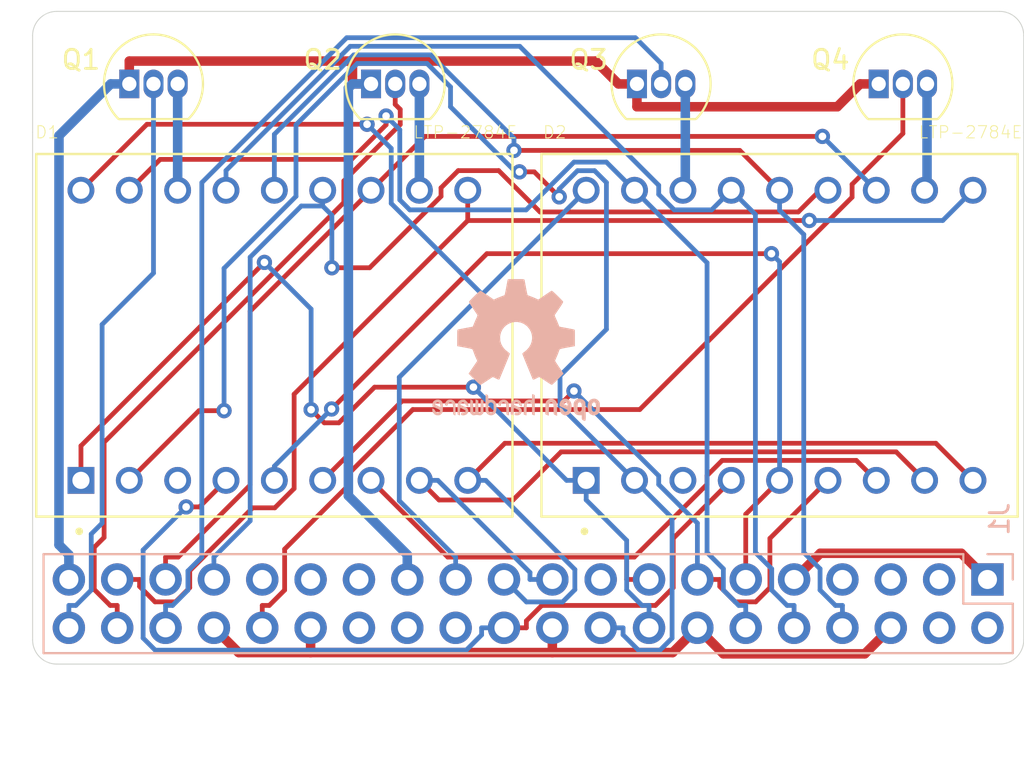
<source format=kicad_pcb>
(kicad_pcb (version 20190905) (host pcbnew "5.99.0-unknown-r16821-0ff20c18")

  (general
    (thickness 1.6)
    (drawings 10)
    (tracks 310)
    (modules 8)
    (nets 25)
  )

  (page "A4")
  (title_block
    (title "14-Segment LED Module for Pynq-Z2 RPi Header")
    (date "2019-10-13")
    (rev "B")
    (company "Rob Riggs")
  )

  (layers
    (0 "F.Cu" signal)
    (31 "B.Cu" signal)
    (32 "B.Adhes" user)
    (33 "F.Adhes" user)
    (34 "B.Paste" user)
    (35 "F.Paste" user)
    (36 "B.SilkS" user)
    (37 "F.SilkS" user)
    (38 "B.Mask" user)
    (39 "F.Mask" user)
    (40 "Dwgs.User" user)
    (41 "Cmts.User" user)
    (42 "Eco1.User" user)
    (43 "Eco2.User" user)
    (44 "Edge.Cuts" user)
    (45 "Margin" user)
    (46 "B.CrtYd" user)
    (47 "F.CrtYd" user)
    (48 "B.Fab" user)
    (49 "F.Fab" user)
  )

  (setup
    (stackup
      (layer "F.SilkS" (type "Top Silk Screen"))
      (layer "F.Paste" (type "Top Solder Paste"))
      (layer "F.Mask" (type "Top Solder Mask") (thickness 0.01) (epsilon_r 3.5) (loss_tangent 0))
      (layer "F.Cu" (type "copper") (thickness 0.035))
      (layer "dielectric 1" (type "core") (thickness 1.51) (material "FR4") (epsilon_r 4.5) (loss_tangent 0.02))
      (layer "B.Cu" (type "copper") (thickness 0.035))
      (layer "B.Mask" (type "Bottom Solder Mask") (thickness 0.01) (epsilon_r 3.5) (loss_tangent 0))
      (layer "B.Paste" (type "Bottom Solder Paste"))
      (layer "B.SilkS" (type "Bottom Silk Screen"))
      (copper_finish "None")
      (dielectric_constraints no)
    )
    (last_trace_width 0.25)
    (trace_clearance 0.2)
    (zone_clearance 0.508)
    (zone_45_only no)
    (trace_min 0.2)
    (via_size 0.8)
    (via_drill 0.4)
    (via_min_size 0.4)
    (via_min_drill 0.3)
    (uvia_size 0.3)
    (uvia_drill 0.1)
    (uvias_allowed no)
    (uvia_min_size 0.2)
    (uvia_min_drill 0.1)
    (max_error 0.005)
    (defaults
      (edge_clearance 0.01)
      (edge_cuts_line_width 0.05)
      (courtyard_line_width 0.05)
      (copper_line_width 0.2)
      (copper_text_dims (size 1.5 1.5) (thickness 0.3) keep_upright)
      (silk_line_width 0.12)
      (silk_text_dims (size 1 1) (thickness 0.15) keep_upright)
      (other_layers_line_width 0.1)
      (other_layers_text_dims (size 1 1) (thickness 0.15) keep_upright)
    )
    (pad_size 1.524 1.524)
    (pad_drill 0.762)
    (pad_to_mask_clearance 0.051)
    (solder_mask_min_width 0.25)
    (aux_axis_origin 0 0)
    (visible_elements FFFFFF7F)
    (pcbplotparams
      (layerselection 0x010fc_ffffffff)
      (usegerberextensions false)
      (usegerberattributes false)
      (usegerberadvancedattributes false)
      (creategerberjobfile false)
      (excludeedgelayer true)
      (linewidth 0.100000)
      (plotframeref false)
      (viasonmask false)
      (mode 1)
      (useauxorigin false)
      (hpglpennumber 1)
      (hpglpenspeed 20)
      (hpglpendiameter 15.000000)
      (psnegative false)
      (psa4output false)
      (plotreference true)
      (plotvalue true)
      (plotinvisibletext false)
      (padsonsilk false)
      (subtractmaskfromsilk false)
      (outputformat 1)
      (mirror false)
      (drillshape 0)
      (scaleselection 1)
      (outputdirectory "Gerbers")
    )
  )

  (net 0 "")
  (net 1 "Net-(D1-Pad1)")
  (net 2 "Net-(D1-Pad2)")
  (net 3 "Net-(D1-Pad4)")
  (net 4 "Net-(D1-Pad5)")
  (net 5 "Net-(D1-Pad6)")
  (net 6 "Net-(D1-Pad7)")
  (net 7 "Net-(D1-Pad8)")
  (net 8 "Net-(D1-Pad9)")
  (net 9 "Net-(D1-Pad10)")
  (net 10 "Net-(D1-Pad12)")
  (net 11 "Net-(D1-Pad13)")
  (net 12 "Net-(D1-Pad14)")
  (net 13 "Net-(D1-Pad15)")
  (net 14 "Net-(D1-Pad17)")
  (net 15 "Net-(D1-Pad18)")
  (net 16 "Net-(D1-Pad11)")
  (net 17 "Net-(D1-Pad16)")
  (net 18 "Net-(D2-Pad11)")
  (net 19 "Net-(D2-Pad16)")
  (net 20 "GND")
  (net 21 "Net-(J1-Pad38)")
  (net 22 "Net-(J1-Pad36)")
  (net 23 "Net-(J1-Pad32)")
  (net 24 "Net-(J1-Pad40)")

  (net_class "Default" "This is the default net class."
    (clearance 0.2)
    (trace_width 0.25)
    (via_dia 0.8)
    (via_drill 0.4)
    (uvia_dia 0.3)
    (uvia_drill 0.1)
    (add_net "Net-(D1-Pad1)")
    (add_net "Net-(D1-Pad10)")
    (add_net "Net-(D1-Pad12)")
    (add_net "Net-(D1-Pad13)")
    (add_net "Net-(D1-Pad14)")
    (add_net "Net-(D1-Pad15)")
    (add_net "Net-(D1-Pad17)")
    (add_net "Net-(D1-Pad18)")
    (add_net "Net-(D1-Pad2)")
    (add_net "Net-(D1-Pad4)")
    (add_net "Net-(D1-Pad5)")
    (add_net "Net-(D1-Pad6)")
    (add_net "Net-(D1-Pad7)")
    (add_net "Net-(D1-Pad8)")
    (add_net "Net-(D1-Pad9)")
    (add_net "Net-(J1-Pad32)")
    (add_net "Net-(J1-Pad36)")
    (add_net "Net-(J1-Pad38)")
    (add_net "Net-(J1-Pad40)")
  )

  (net_class "GND" ""
    (clearance 0.2)
    (trace_width 0.5)
    (via_dia 0.8)
    (via_drill 0.4)
    (uvia_dia 0.3)
    (uvia_drill 0.1)
    (add_net "GND")
    (add_net "Net-(D1-Pad11)")
    (add_net "Net-(D1-Pad16)")
    (add_net "Net-(D2-Pad11)")
    (add_net "Net-(D2-Pad16)")
  )

  (module "Symbol:OSHW-Logo2_9.8x8mm_SilkScreen" (layer "B.Cu") (tedit 0) (tstamp 5DA3C4FF)
    (at 53.34 114.3 180)
    (descr "Open Source Hardware Symbol")
    (tags "Logo Symbol OSHW")
    (attr virtual)
    (fp_text reference "REF**" (at 0 0) (layer "B.SilkS") hide
      (effects (font (size 1 1) (thickness 0.15)) (justify mirror))
    )
    (fp_text value "OSHW-Logo2_9.8x8mm_SilkScreen" (at 0.75 0) (layer "B.Fab") hide
      (effects (font (size 1 1) (thickness 0.15)) (justify mirror))
    )
    (fp_poly (pts (xy -3.231114 -2.584505) (xy -3.156461 -2.621727) (xy -3.090569 -2.690261) (xy -3.072423 -2.715648)
      (xy -3.052655 -2.748866) (xy -3.039828 -2.784945) (xy -3.03249 -2.833098) (xy -3.029187 -2.902536)
      (xy -3.028462 -2.994206) (xy -3.031737 -3.11983) (xy -3.043123 -3.214154) (xy -3.064959 -3.284523)
      (xy -3.099581 -3.338286) (xy -3.14933 -3.382788) (xy -3.152986 -3.385423) (xy -3.202015 -3.412377)
      (xy -3.261055 -3.425712) (xy -3.336141 -3.429) (xy -3.458205 -3.429) (xy -3.458256 -3.547497)
      (xy -3.459392 -3.613492) (xy -3.466314 -3.652202) (xy -3.484402 -3.675419) (xy -3.519038 -3.694933)
      (xy -3.527355 -3.69892) (xy -3.56628 -3.717603) (xy -3.596417 -3.729403) (xy -3.618826 -3.730422)
      (xy -3.634567 -3.716761) (xy -3.644698 -3.684522) (xy -3.650277 -3.629804) (xy -3.652365 -3.548711)
      (xy -3.652019 -3.437344) (xy -3.6503 -3.291802) (xy -3.649763 -3.248269) (xy -3.647828 -3.098205)
      (xy -3.646096 -3.000042) (xy -3.458308 -3.000042) (xy -3.457252 -3.083364) (xy -3.452562 -3.13788)
      (xy -3.441949 -3.173837) (xy -3.423128 -3.201482) (xy -3.41035 -3.214965) (xy -3.35811 -3.254417)
      (xy -3.311858 -3.257628) (xy -3.264133 -3.225049) (xy -3.262923 -3.223846) (xy -3.243506 -3.198668)
      (xy -3.231693 -3.164447) (xy -3.225735 -3.111748) (xy -3.22388 -3.031131) (xy -3.223846 -3.013271)
      (xy -3.22833 -2.902175) (xy -3.242926 -2.825161) (xy -3.26935 -2.778147) (xy -3.309317 -2.75705)
      (xy -3.332416 -2.754923) (xy -3.387238 -2.7649) (xy -3.424842 -2.797752) (xy -3.447477 -2.857857)
      (xy -3.457394 -2.949598) (xy -3.458308 -3.000042) (xy -3.646096 -3.000042) (xy -3.645778 -2.98206)
      (xy -3.643127 -2.894679) (xy -3.639394 -2.830905) (xy -3.634093 -2.785582) (xy -3.626742 -2.753555)
      (xy -3.616857 -2.729668) (xy -3.603954 -2.708764) (xy -3.598421 -2.700898) (xy -3.525031 -2.626595)
      (xy -3.43224 -2.584467) (xy -3.324904 -2.572722) (xy -3.231114 -2.584505)) (layer "B.SilkS") (width 0.01))
    (fp_poly (pts (xy -1.728336 -2.595089) (xy -1.665633 -2.631358) (xy -1.622039 -2.667358) (xy -1.590155 -2.705075)
      (xy -1.56819 -2.751199) (xy -1.554351 -2.812421) (xy -1.546847 -2.895431) (xy -1.543883 -3.006919)
      (xy -1.543539 -3.087062) (xy -1.543539 -3.382065) (xy -1.709615 -3.456515) (xy -1.719385 -3.133402)
      (xy -1.723421 -3.012729) (xy -1.727656 -2.925141) (xy -1.732903 -2.86465) (xy -1.739975 -2.825268)
      (xy -1.749689 -2.801007) (xy -1.762856 -2.78588) (xy -1.767081 -2.782606) (xy -1.831091 -2.757034)
      (xy -1.895792 -2.767153) (xy -1.934308 -2.794) (xy -1.949975 -2.813024) (xy -1.96082 -2.837988)
      (xy -1.967712 -2.875834) (xy -1.971521 -2.933502) (xy -1.973117 -3.017935) (xy -1.973385 -3.105928)
      (xy -1.973437 -3.216323) (xy -1.975328 -3.294463) (xy -1.981655 -3.347165) (xy -1.995017 -3.381242)
      (xy -2.018015 -3.403511) (xy -2.053246 -3.420787) (xy -2.100303 -3.438738) (xy -2.151697 -3.458278)
      (xy -2.145579 -3.111485) (xy -2.143116 -2.986468) (xy -2.140233 -2.894082) (xy -2.136102 -2.827881)
      (xy -2.129893 -2.78142) (xy -2.120774 -2.748256) (xy -2.107917 -2.721944) (xy -2.092416 -2.698729)
      (xy -2.017629 -2.624569) (xy -1.926372 -2.581684) (xy -1.827117 -2.571412) (xy -1.728336 -2.595089)) (layer "B.SilkS") (width 0.01))
    (fp_poly (pts (xy -3.983114 -2.587256) (xy -3.891536 -2.635409) (xy -3.823951 -2.712905) (xy -3.799943 -2.762727)
      (xy -3.781262 -2.837533) (xy -3.771699 -2.932052) (xy -3.770792 -3.03521) (xy -3.778079 -3.135935)
      (xy -3.793097 -3.223153) (xy -3.815385 -3.285791) (xy -3.822235 -3.296579) (xy -3.903368 -3.377105)
      (xy -3.999734 -3.425336) (xy -4.104299 -3.43945) (xy -4.210032 -3.417629) (xy -4.239457 -3.404547)
      (xy -4.296759 -3.364231) (xy -4.34705 -3.310775) (xy -4.351803 -3.303995) (xy -4.371122 -3.271321)
      (xy -4.383892 -3.236394) (xy -4.391436 -3.190414) (xy -4.395076 -3.124584) (xy -4.396135 -3.030105)
      (xy -4.396154 -3.008923) (xy -4.396106 -3.002182) (xy -4.200769 -3.002182) (xy -4.199632 -3.091349)
      (xy -4.195159 -3.15052) (xy -4.185754 -3.188741) (xy -4.169824 -3.215053) (xy -4.161692 -3.223846)
      (xy -4.114942 -3.257261) (xy -4.069553 -3.255737) (xy -4.02366 -3.226752) (xy -3.996288 -3.195809)
      (xy -3.980077 -3.150643) (xy -3.970974 -3.07942) (xy -3.970349 -3.071114) (xy -3.968796 -2.942037)
      (xy -3.985035 -2.846172) (xy -4.018848 -2.784107) (xy -4.070016 -2.756432) (xy -4.08828 -2.754923)
      (xy -4.13624 -2.762513) (xy -4.169047 -2.788808) (xy -4.189105 -2.839095) (xy -4.198822 -2.918664)
      (xy -4.200769 -3.002182) (xy -4.396106 -3.002182) (xy -4.395426 -2.908249) (xy -4.392371 -2.837906)
      (xy -4.385678 -2.789163) (xy -4.37404 -2.753288) (xy -4.356147 -2.721548) (xy -4.352192 -2.715648)
      (xy -4.285733 -2.636104) (xy -4.213315 -2.589929) (xy -4.125151 -2.571599) (xy -4.095213 -2.570703)
      (xy -3.983114 -2.587256)) (layer "B.SilkS") (width 0.01))
    (fp_poly (pts (xy -2.465746 -2.599745) (xy -2.388714 -2.651567) (xy -2.329184 -2.726412) (xy -2.293622 -2.821654)
      (xy -2.286429 -2.891756) (xy -2.287246 -2.921009) (xy -2.294086 -2.943407) (xy -2.312888 -2.963474)
      (xy -2.349592 -2.985733) (xy -2.410138 -3.014709) (xy -2.500466 -3.054927) (xy -2.500923 -3.055129)
      (xy -2.584067 -3.09321) (xy -2.652247 -3.127025) (xy -2.698495 -3.152933) (xy -2.715842 -3.167295)
      (xy -2.715846 -3.167411) (xy -2.700557 -3.198685) (xy -2.664804 -3.233157) (xy -2.623758 -3.25799)
      (xy -2.602963 -3.262923) (xy -2.54623 -3.245862) (xy -2.497373 -3.203133) (xy -2.473535 -3.156155)
      (xy -2.450603 -3.121522) (xy -2.405682 -3.082081) (xy -2.352877 -3.048009) (xy -2.30629 -3.02948)
      (xy -2.296548 -3.028462) (xy -2.285582 -3.045215) (xy -2.284921 -3.088039) (xy -2.29298 -3.145781)
      (xy -2.308173 -3.207289) (xy -2.328914 -3.261409) (xy -2.329962 -3.26351) (xy -2.392379 -3.35066)
      (xy -2.473274 -3.409939) (xy -2.565144 -3.439034) (xy -2.660487 -3.435634) (xy -2.751802 -3.397428)
      (xy -2.755862 -3.394741) (xy -2.827694 -3.329642) (xy -2.874927 -3.244705) (xy -2.901066 -3.133021)
      (xy -2.904574 -3.101643) (xy -2.910787 -2.953536) (xy -2.903339 -2.884468) (xy -2.715846 -2.884468)
      (xy -2.71341 -2.927552) (xy -2.700086 -2.940126) (xy -2.666868 -2.930719) (xy -2.614506 -2.908483)
      (xy -2.555976 -2.88061) (xy -2.554521 -2.879872) (xy -2.504911 -2.853777) (xy -2.485 -2.836363)
      (xy -2.48991 -2.818107) (xy -2.510584 -2.79412) (xy -2.563181 -2.759406) (xy -2.619823 -2.756856)
      (xy -2.670631 -2.782119) (xy -2.705724 -2.830847) (xy -2.715846 -2.884468) (xy -2.903339 -2.884468)
      (xy -2.898008 -2.835036) (xy -2.865222 -2.741055) (xy -2.819579 -2.675215) (xy -2.737198 -2.608681)
      (xy -2.646454 -2.575676) (xy -2.553815 -2.573573) (xy -2.465746 -2.599745)) (layer "B.SilkS") (width 0.01))
    (fp_poly (pts (xy -0.840154 -2.49212) (xy -0.834428 -2.57198) (xy -0.827851 -2.619039) (xy -0.818738 -2.639566)
      (xy -0.805402 -2.639829) (xy -0.801077 -2.637378) (xy -0.743556 -2.619636) (xy -0.668732 -2.620672)
      (xy -0.592661 -2.63891) (xy -0.545082 -2.662505) (xy -0.496298 -2.700198) (xy -0.460636 -2.742855)
      (xy -0.436155 -2.797057) (xy -0.420913 -2.869384) (xy -0.41297 -2.966419) (xy -0.410384 -3.094742)
      (xy -0.410338 -3.119358) (xy -0.410308 -3.39587) (xy -0.471839 -3.41732) (xy -0.515541 -3.431912)
      (xy -0.539518 -3.438706) (xy -0.540223 -3.438769) (xy -0.542585 -3.420345) (xy -0.544594 -3.369526)
      (xy -0.546099 -3.292993) (xy -0.546947 -3.19743) (xy -0.547077 -3.139329) (xy -0.547349 -3.024771)
      (xy -0.548748 -2.942667) (xy -0.552151 -2.886393) (xy -0.558433 -2.849326) (xy -0.568471 -2.824844)
      (xy -0.583139 -2.806325) (xy -0.592298 -2.797406) (xy -0.655211 -2.761466) (xy -0.723864 -2.758775)
      (xy -0.786152 -2.78917) (xy -0.797671 -2.800144) (xy -0.814567 -2.820779) (xy -0.826286 -2.845256)
      (xy -0.833767 -2.880647) (xy -0.837946 -2.934026) (xy -0.839763 -3.012466) (xy -0.840154 -3.120617)
      (xy -0.840154 -3.39587) (xy -0.901685 -3.41732) (xy -0.945387 -3.431912) (xy -0.969364 -3.438706)
      (xy -0.97007 -3.438769) (xy -0.971874 -3.420069) (xy -0.9735 -3.367322) (xy -0.974883 -3.285557)
      (xy -0.975958 -3.179805) (xy -0.97666 -3.055094) (xy -0.976923 -2.916455) (xy -0.976923 -2.381806)
      (xy -0.849923 -2.328236) (xy -0.840154 -2.49212)) (layer "B.SilkS") (width 0.01))
    (fp_poly (pts (xy 0.053501 -2.626303) (xy 0.13006 -2.654733) (xy 0.130936 -2.655279) (xy 0.178285 -2.690127)
      (xy 0.213241 -2.730852) (xy 0.237825 -2.783925) (xy 0.254062 -2.855814) (xy 0.263975 -2.952992)
      (xy 0.269586 -3.081928) (xy 0.270077 -3.100298) (xy 0.277141 -3.377287) (xy 0.217695 -3.408028)
      (xy 0.174681 -3.428802) (xy 0.14871 -3.438646) (xy 0.147509 -3.438769) (xy 0.143014 -3.420606)
      (xy 0.139444 -3.371612) (xy 0.137248 -3.300031) (xy 0.136769 -3.242068) (xy 0.136758 -3.14817)
      (xy 0.132466 -3.089203) (xy 0.117503 -3.061079) (xy 0.085482 -3.059706) (xy 0.030014 -3.080998)
      (xy -0.053731 -3.120136) (xy -0.115311 -3.152643) (xy -0.146983 -3.180845) (xy -0.156294 -3.211582)
      (xy -0.156308 -3.213104) (xy -0.140943 -3.266054) (xy -0.095453 -3.29466) (xy -0.025834 -3.298803)
      (xy 0.024313 -3.298084) (xy 0.050754 -3.312527) (xy 0.067243 -3.347218) (xy 0.076733 -3.391416)
      (xy 0.063057 -3.416493) (xy 0.057907 -3.420082) (xy 0.009425 -3.434496) (xy -0.058469 -3.436537)
      (xy -0.128388 -3.426983) (xy -0.177932 -3.409522) (xy -0.24643 -3.351364) (xy -0.285366 -3.270408)
      (xy -0.293077 -3.20716) (xy -0.287193 -3.150111) (xy -0.265899 -3.103542) (xy -0.223735 -3.062181)
      (xy -0.155241 -3.020755) (xy -0.054956 -2.973993) (xy -0.048846 -2.97135) (xy 0.04149 -2.929617)
      (xy 0.097235 -2.895391) (xy 0.121129 -2.864635) (xy 0.115913 -2.833311) (xy 0.084328 -2.797383)
      (xy 0.074883 -2.789116) (xy 0.011617 -2.757058) (xy -0.053936 -2.758407) (xy -0.111028 -2.789838)
      (xy -0.148907 -2.848024) (xy -0.152426 -2.859446) (xy -0.1867 -2.914837) (xy -0.230191 -2.941518)
      (xy -0.293077 -2.96796) (xy -0.293077 -2.899548) (xy -0.273948 -2.80011) (xy -0.217169 -2.708902)
      (xy -0.187622 -2.678389) (xy -0.120458 -2.639228) (xy -0.035044 -2.6215) (xy 0.053501 -2.626303)) (layer "B.SilkS") (width 0.01))
    (fp_poly (pts (xy 0.713362 -2.62467) (xy 0.802117 -2.657421) (xy 0.874022 -2.71535) (xy 0.902144 -2.756128)
      (xy 0.932802 -2.830954) (xy 0.932165 -2.885058) (xy 0.899987 -2.921446) (xy 0.888081 -2.927633)
      (xy 0.836675 -2.946925) (xy 0.810422 -2.941982) (xy 0.80153 -2.909587) (xy 0.801077 -2.891692)
      (xy 0.784797 -2.825859) (xy 0.742365 -2.779807) (xy 0.683388 -2.757564) (xy 0.617475 -2.763161)
      (xy 0.563895 -2.792229) (xy 0.545798 -2.80881) (xy 0.532971 -2.828925) (xy 0.524306 -2.859332)
      (xy 0.518696 -2.906788) (xy 0.515035 -2.97805) (xy 0.512215 -3.079875) (xy 0.511484 -3.112115)
      (xy 0.50882 -3.22241) (xy 0.505792 -3.300036) (xy 0.50125 -3.351396) (xy 0.494046 -3.38289)
      (xy 0.483033 -3.40092) (xy 0.46706 -3.411888) (xy 0.456834 -3.416733) (xy 0.413406 -3.433301)
      (xy 0.387842 -3.438769) (xy 0.379395 -3.420507) (xy 0.374239 -3.365296) (xy 0.372346 -3.272499)
      (xy 0.373689 -3.141478) (xy 0.374107 -3.121269) (xy 0.377058 -3.001733) (xy 0.380548 -2.914449)
      (xy 0.385514 -2.852591) (xy 0.392893 -2.809336) (xy 0.403624 -2.77786) (xy 0.418645 -2.751339)
      (xy 0.426502 -2.739975) (xy 0.471553 -2.689692) (xy 0.52194 -2.650581) (xy 0.528108 -2.647167)
      (xy 0.618458 -2.620212) (xy 0.713362 -2.62467)) (layer "B.SilkS") (width 0.01))
    (fp_poly (pts (xy 1.602081 -2.780289) (xy 1.601833 -2.92632) (xy 1.600872 -3.038655) (xy 1.598794 -3.122678)
      (xy 1.595193 -3.183769) (xy 1.589665 -3.227309) (xy 1.581804 -3.258679) (xy 1.571207 -3.283262)
      (xy 1.563182 -3.297294) (xy 1.496728 -3.373388) (xy 1.41247 -3.421084) (xy 1.319249 -3.438199)
      (xy 1.2259 -3.422546) (xy 1.170312 -3.394418) (xy 1.111957 -3.34576) (xy 1.072186 -3.286333)
      (xy 1.04819 -3.208507) (xy 1.037161 -3.104652) (xy 1.035599 -3.028462) (xy 1.035809 -3.022986)
      (xy 1.172308 -3.022986) (xy 1.173141 -3.110355) (xy 1.176961 -3.168192) (xy 1.185746 -3.206029)
      (xy 1.201474 -3.233398) (xy 1.220266 -3.254042) (xy 1.283375 -3.29389) (xy 1.351137 -3.297295)
      (xy 1.415179 -3.264025) (xy 1.420164 -3.259517) (xy 1.441439 -3.236067) (xy 1.454779 -3.208166)
      (xy 1.462001 -3.166641) (xy 1.464923 -3.102316) (xy 1.465385 -3.0312) (xy 1.464383 -2.941858)
      (xy 1.460238 -2.882258) (xy 1.451236 -2.843089) (xy 1.435667 -2.81504) (xy 1.422902 -2.800144)
      (xy 1.3636 -2.762575) (xy 1.295301 -2.758057) (xy 1.23011 -2.786753) (xy 1.217528 -2.797406)
      (xy 1.196111 -2.821063) (xy 1.182744 -2.849251) (xy 1.175566 -2.891245) (xy 1.172719 -2.956319)
      (xy 1.172308 -3.022986) (xy 1.035809 -3.022986) (xy 1.040322 -2.905765) (xy 1.056362 -2.813577)
      (xy 1.086528 -2.744269) (xy 1.133629 -2.690211) (xy 1.170312 -2.662505) (xy 1.23699 -2.632572)
      (xy 1.314272 -2.618678) (xy 1.38611 -2.622397) (xy 1.426308 -2.6374) (xy 1.442082 -2.64167)
      (xy 1.45255 -2.62575) (xy 1.459856 -2.583089) (xy 1.465385 -2.518106) (xy 1.471437 -2.445732)
      (xy 1.479844 -2.402187) (xy 1.495141 -2.377287) (xy 1.521864 -2.360845) (xy 1.538654 -2.353564)
      (xy 1.602154 -2.326963) (xy 1.602081 -2.780289)) (layer "B.SilkS") (width 0.01))
    (fp_poly (pts (xy 2.395929 -2.636662) (xy 2.398911 -2.688068) (xy 2.401247 -2.766192) (xy 2.402749 -2.864857)
      (xy 2.403231 -2.968343) (xy 2.403231 -3.318533) (xy 2.341401 -3.380363) (xy 2.298793 -3.418462)
      (xy 2.26139 -3.433895) (xy 2.21027 -3.432918) (xy 2.189978 -3.430433) (xy 2.126554 -3.4232)
      (xy 2.074095 -3.419055) (xy 2.061308 -3.418672) (xy 2.018199 -3.421176) (xy 1.956544 -3.427462)
      (xy 1.932638 -3.430433) (xy 1.873922 -3.435028) (xy 1.834464 -3.425046) (xy 1.795338 -3.394228)
      (xy 1.781215 -3.380363) (xy 1.719385 -3.318533) (xy 1.719385 -2.663503) (xy 1.76915 -2.640829)
      (xy 1.812002 -2.624034) (xy 1.837073 -2.618154) (xy 1.843501 -2.636736) (xy 1.849509 -2.688655)
      (xy 1.854697 -2.768172) (xy 1.858664 -2.869546) (xy 1.860577 -2.955192) (xy 1.865923 -3.292231)
      (xy 1.91256 -3.298825) (xy 1.954976 -3.294214) (xy 1.97576 -3.279287) (xy 1.98157 -3.251377)
      (xy 1.98653 -3.191925) (xy 1.990246 -3.108466) (xy 1.992324 -3.008532) (xy 1.992624 -2.957104)
      (xy 1.992923 -2.661054) (xy 2.054454 -2.639604) (xy 2.098004 -2.62502) (xy 2.121694 -2.618219)
      (xy 2.122377 -2.618154) (xy 2.124754 -2.636642) (xy 2.127366 -2.687906) (xy 2.129995 -2.765649)
      (xy 2.132421 -2.863574) (xy 2.134115 -2.955192) (xy 2.139461 -3.292231) (xy 2.256692 -3.292231)
      (xy 2.262072 -2.984746) (xy 2.267451 -2.677261) (xy 2.324601 -2.647707) (xy 2.366797 -2.627413)
      (xy 2.39177 -2.618204) (xy 2.392491 -2.618154) (xy 2.395929 -2.636662)) (layer "B.SilkS") (width 0.01))
    (fp_poly (pts (xy 2.887333 -2.633528) (xy 2.94359 -2.659117) (xy 2.987747 -2.690124) (xy 3.020101 -2.724795)
      (xy 3.042438 -2.76952) (xy 3.056546 -2.830692) (xy 3.064211 -2.914701) (xy 3.06722 -3.02794)
      (xy 3.067538 -3.102509) (xy 3.067538 -3.39342) (xy 3.017773 -3.416095) (xy 2.978576 -3.432667)
      (xy 2.959157 -3.438769) (xy 2.955442 -3.42061) (xy 2.952495 -3.371648) (xy 2.950691 -3.300153)
      (xy 2.950308 -3.243385) (xy 2.948661 -3.161371) (xy 2.944222 -3.096309) (xy 2.93774 -3.056467)
      (xy 2.93259 -3.048) (xy 2.897977 -3.056646) (xy 2.84364 -3.078823) (xy 2.780722 -3.108886)
      (xy 2.720368 -3.141192) (xy 2.673721 -3.170098) (xy 2.651926 -3.189961) (xy 2.651839 -3.190175)
      (xy 2.653714 -3.226935) (xy 2.670525 -3.262026) (xy 2.700039 -3.290528) (xy 2.743116 -3.300061)
      (xy 2.779932 -3.29895) (xy 2.832074 -3.298133) (xy 2.859444 -3.310349) (xy 2.875882 -3.342624)
      (xy 2.877955 -3.34871) (xy 2.885081 -3.394739) (xy 2.866024 -3.422687) (xy 2.816353 -3.436007)
      (xy 2.762697 -3.43847) (xy 2.666142 -3.42021) (xy 2.616159 -3.394131) (xy 2.554429 -3.332868)
      (xy 2.52169 -3.25767) (xy 2.518753 -3.178211) (xy 2.546424 -3.104167) (xy 2.588047 -3.057769)
      (xy 2.629604 -3.031793) (xy 2.694922 -2.998907) (xy 2.771038 -2.965557) (xy 2.783726 -2.960461)
      (xy 2.867333 -2.923565) (xy 2.91553 -2.891046) (xy 2.93103 -2.858718) (xy 2.91655 -2.822394)
      (xy 2.891692 -2.794) (xy 2.832939 -2.759039) (xy 2.768293 -2.756417) (xy 2.709008 -2.783358)
      (xy 2.666339 -2.837088) (xy 2.660739 -2.85095) (xy 2.628133 -2.901936) (xy 2.58053 -2.939787)
      (xy 2.520461 -2.97085) (xy 2.520461 -2.882768) (xy 2.523997 -2.828951) (xy 2.539156 -2.786534)
      (xy 2.572768 -2.741279) (xy 2.605035 -2.70642) (xy 2.655209 -2.657062) (xy 2.694193 -2.630547)
      (xy 2.736064 -2.619911) (xy 2.78346 -2.618154) (xy 2.887333 -2.633528)) (layer "B.SilkS") (width 0.01))
    (fp_poly (pts (xy 3.570807 -2.636782) (xy 3.594161 -2.646988) (xy 3.649902 -2.691134) (xy 3.697569 -2.754967)
      (xy 3.727048 -2.823087) (xy 3.731846 -2.85667) (xy 3.71576 -2.903556) (xy 3.680475 -2.928365)
      (xy 3.642644 -2.943387) (xy 3.625321 -2.946155) (xy 3.616886 -2.926066) (xy 3.60023 -2.882351)
      (xy 3.592923 -2.862598) (xy 3.551948 -2.794271) (xy 3.492622 -2.760191) (xy 3.416552 -2.761239)
      (xy 3.410918 -2.762581) (xy 3.370305 -2.781836) (xy 3.340448 -2.819375) (xy 3.320055 -2.879809)
      (xy 3.307836 -2.967751) (xy 3.3025 -3.087813) (xy 3.302 -3.151698) (xy 3.301752 -3.252403)
      (xy 3.300126 -3.321054) (xy 3.295801 -3.364673) (xy 3.287454 -3.390282) (xy 3.273765 -3.404903)
      (xy 3.253411 -3.415558) (xy 3.252234 -3.416095) (xy 3.213038 -3.432667) (xy 3.193619 -3.438769)
      (xy 3.190635 -3.420319) (xy 3.188081 -3.369323) (xy 3.18614 -3.292308) (xy 3.184997 -3.195805)
      (xy 3.184769 -3.125184) (xy 3.185932 -2.988525) (xy 3.190479 -2.884851) (xy 3.199999 -2.808108)
      (xy 3.216081 -2.752246) (xy 3.240313 -2.711212) (xy 3.274286 -2.678954) (xy 3.307833 -2.65644)
      (xy 3.388499 -2.626476) (xy 3.482381 -2.619718) (xy 3.570807 -2.636782)) (layer "B.SilkS") (width 0.01))
    (fp_poly (pts (xy 4.245224 -2.647838) (xy 4.322528 -2.698361) (xy 4.359814 -2.74359) (xy 4.389353 -2.825663)
      (xy 4.391699 -2.890607) (xy 4.386385 -2.977445) (xy 4.186115 -3.065103) (xy 4.088739 -3.109887)
      (xy 4.025113 -3.145913) (xy 3.992029 -3.177117) (xy 3.98628 -3.207436) (xy 4.004658 -3.240805)
      (xy 4.024923 -3.262923) (xy 4.083889 -3.298393) (xy 4.148024 -3.300879) (xy 4.206926 -3.273235)
      (xy 4.250197 -3.21832) (xy 4.257936 -3.198928) (xy 4.295006 -3.138364) (xy 4.337654 -3.112552)
      (xy 4.396154 -3.090471) (xy 4.396154 -3.174184) (xy 4.390982 -3.23115) (xy 4.370723 -3.279189)
      (xy 4.328262 -3.334346) (xy 4.321951 -3.341514) (xy 4.27472 -3.390585) (xy 4.234121 -3.41692)
      (xy 4.183328 -3.429035) (xy 4.14122 -3.433003) (xy 4.065902 -3.433991) (xy 4.012286 -3.421466)
      (xy 3.978838 -3.402869) (xy 3.926268 -3.361975) (xy 3.889879 -3.317748) (xy 3.86685 -3.262126)
      (xy 3.854359 -3.187047) (xy 3.849587 -3.084449) (xy 3.849206 -3.032376) (xy 3.850501 -2.969948)
      (xy 3.968471 -2.969948) (xy 3.969839 -3.003438) (xy 3.973249 -3.008923) (xy 3.995753 -3.001472)
      (xy 4.044182 -2.981753) (xy 4.108908 -2.953718) (xy 4.122443 -2.947692) (xy 4.204244 -2.906096)
      (xy 4.249312 -2.869538) (xy 4.259217 -2.835296) (xy 4.235526 -2.800648) (xy 4.21596 -2.785339)
      (xy 4.14536 -2.754721) (xy 4.07928 -2.75978) (xy 4.023959 -2.797151) (xy 3.985636 -2.863473)
      (xy 3.973349 -2.916116) (xy 3.968471 -2.969948) (xy 3.850501 -2.969948) (xy 3.85173 -2.91072)
      (xy 3.861032 -2.82071) (xy 3.87946 -2.755167) (xy 3.90936 -2.706912) (xy 3.95308 -2.668767)
      (xy 3.972141 -2.65644) (xy 4.058726 -2.624336) (xy 4.153522 -2.622316) (xy 4.245224 -2.647838)) (layer "B.SilkS") (width 0.01))
    (fp_poly (pts (xy 0.139878 3.712224) (xy 0.245612 3.711645) (xy 0.322132 3.710078) (xy 0.374372 3.707028)
      (xy 0.407263 3.702004) (xy 0.425737 3.694511) (xy 0.434727 3.684056) (xy 0.439163 3.670147)
      (xy 0.439594 3.668346) (xy 0.446333 3.635855) (xy 0.458808 3.571748) (xy 0.475719 3.482849)
      (xy 0.495771 3.375981) (xy 0.517664 3.257967) (xy 0.518429 3.253822) (xy 0.540359 3.138169)
      (xy 0.560877 3.035986) (xy 0.578659 2.953402) (xy 0.592381 2.896544) (xy 0.600718 2.871542)
      (xy 0.601116 2.871099) (xy 0.625677 2.85889) (xy 0.676315 2.838544) (xy 0.742095 2.814455)
      (xy 0.742461 2.814326) (xy 0.825317 2.783182) (xy 0.923 2.743509) (xy 1.015077 2.703619)
      (xy 1.019434 2.701647) (xy 1.169407 2.63358) (xy 1.501498 2.860361) (xy 1.603374 2.929496)
      (xy 1.695657 2.991303) (xy 1.773003 3.042267) (xy 1.830064 3.078873) (xy 1.861495 3.097606)
      (xy 1.864479 3.098996) (xy 1.887321 3.09281) (xy 1.929982 3.062965) (xy 1.994128 3.008053)
      (xy 2.081421 2.926666) (xy 2.170535 2.840078) (xy 2.256441 2.754753) (xy 2.333327 2.676892)
      (xy 2.396564 2.611303) (xy 2.441523 2.562795) (xy 2.463576 2.536175) (xy 2.464396 2.534805)
      (xy 2.466834 2.516537) (xy 2.45765 2.486705) (xy 2.434574 2.441279) (xy 2.395337 2.37623)
      (xy 2.33767 2.28753) (xy 2.260795 2.173343) (xy 2.19257 2.072838) (xy 2.131582 1.982697)
      (xy 2.081356 1.908151) (xy 2.045416 1.854435) (xy 2.027287 1.826782) (xy 2.026146 1.824905)
      (xy 2.028359 1.79841) (xy 2.045138 1.746914) (xy 2.073142 1.680149) (xy 2.083122 1.658828)
      (xy 2.126672 1.563841) (xy 2.173134 1.456063) (xy 2.210877 1.362808) (xy 2.238073 1.293594)
      (xy 2.259675 1.240994) (xy 2.272158 1.213503) (xy 2.273709 1.211384) (xy 2.296668 1.207876)
      (xy 2.350786 1.198262) (xy 2.428868 1.183911) (xy 2.523719 1.166193) (xy 2.628143 1.146475)
      (xy 2.734944 1.126126) (xy 2.836926 1.106514) (xy 2.926894 1.089009) (xy 2.997653 1.074978)
      (xy 3.042006 1.065791) (xy 3.052885 1.063193) (xy 3.064122 1.056782) (xy 3.072605 1.042303)
      (xy 3.078714 1.014867) (xy 3.082832 0.969589) (xy 3.085341 0.90158) (xy 3.086621 0.805953)
      (xy 3.087054 0.67782) (xy 3.087077 0.625299) (xy 3.087077 0.198155) (xy 2.9845 0.177909)
      (xy 2.927431 0.16693) (xy 2.842269 0.150905) (xy 2.739372 0.131767) (xy 2.629096 0.111449)
      (xy 2.598615 0.105868) (xy 2.496855 0.086083) (xy 2.408205 0.066627) (xy 2.340108 0.049303)
      (xy 2.300004 0.035912) (xy 2.293323 0.031921) (xy 2.276919 0.003658) (xy 2.253399 -0.051109)
      (xy 2.227316 -0.121588) (xy 2.222142 -0.136769) (xy 2.187956 -0.230896) (xy 2.145523 -0.337101)
      (xy 2.103997 -0.432473) (xy 2.103792 -0.432916) (xy 2.03464 -0.582525) (xy 2.489512 -1.251617)
      (xy 2.1975 -1.544116) (xy 2.10918 -1.63117) (xy 2.028625 -1.707909) (xy 1.96036 -1.770237)
      (xy 1.908908 -1.814056) (xy 1.878794 -1.83527) (xy 1.874474 -1.836616) (xy 1.849111 -1.826016)
      (xy 1.797358 -1.796547) (xy 1.724868 -1.751705) (xy 1.637294 -1.694984) (xy 1.542612 -1.631462)
      (xy 1.446516 -1.566668) (xy 1.360837 -1.510287) (xy 1.291016 -1.465788) (xy 1.242494 -1.436639)
      (xy 1.220782 -1.426308) (xy 1.194293 -1.43505) (xy 1.144062 -1.458087) (xy 1.080451 -1.490631)
      (xy 1.073708 -1.494249) (xy 0.988046 -1.53721) (xy 0.929306 -1.558279) (xy 0.892772 -1.558503)
      (xy 0.873731 -1.538928) (xy 0.87362 -1.538654) (xy 0.864102 -1.515472) (xy 0.841403 -1.460441)
      (xy 0.807282 -1.377822) (xy 0.7635 -1.271872) (xy 0.711816 -1.146852) (xy 0.653992 -1.00702)
      (xy 0.597991 -0.871637) (xy 0.536447 -0.722234) (xy 0.479939 -0.583832) (xy 0.430161 -0.460673)
      (xy 0.388806 -0.357002) (xy 0.357568 -0.277059) (xy 0.338141 -0.225088) (xy 0.332154 -0.205692)
      (xy 0.347168 -0.183443) (xy 0.386439 -0.147982) (xy 0.438807 -0.108887) (xy 0.587941 0.014755)
      (xy 0.704511 0.156478) (xy 0.787118 0.313296) (xy 0.834366 0.482225) (xy 0.844857 0.660278)
      (xy 0.837231 0.742461) (xy 0.795682 0.912969) (xy 0.724123 1.063541) (xy 0.626995 1.192691)
      (xy 0.508734 1.298936) (xy 0.37378 1.38079) (xy 0.226571 1.436768) (xy 0.071544 1.465385)
      (xy -0.086861 1.465156) (xy -0.244206 1.434595) (xy -0.396054 1.372218) (xy -0.537965 1.27654)
      (xy -0.597197 1.222428) (xy -0.710797 1.08348) (xy -0.789894 0.931639) (xy -0.835014 0.771333)
      (xy -0.846684 0.606988) (xy -0.825431 0.443029) (xy -0.77178 0.283882) (xy -0.68626 0.133975)
      (xy -0.569395 -0.002267) (xy -0.438807 -0.108887) (xy -0.384412 -0.149642) (xy -0.345986 -0.184718)
      (xy -0.332154 -0.205726) (xy -0.339397 -0.228635) (xy -0.359995 -0.283365) (xy -0.392254 -0.365672)
      (xy -0.434479 -0.471315) (xy -0.484977 -0.59605) (xy -0.542052 -0.735636) (xy -0.598146 -0.87167)
      (xy -0.660033 -1.021201) (xy -0.717356 -1.159767) (xy -0.768356 -1.283107) (xy -0.811273 -1.386964)
      (xy -0.844347 -1.46708) (xy -0.865819 -1.519195) (xy -0.873775 -1.538654) (xy -0.892571 -1.558423)
      (xy -0.928926 -1.558365) (xy -0.987521 -1.537441) (xy -1.073032 -1.494613) (xy -1.073708 -1.494249)
      (xy -1.138093 -1.461012) (xy -1.190139 -1.436802) (xy -1.219488 -1.426404) (xy -1.220783 -1.426308)
      (xy -1.242876 -1.436855) (xy -1.291652 -1.466184) (xy -1.361669 -1.510827) (xy -1.447486 -1.567314)
      (xy -1.542612 -1.631462) (xy -1.63946 -1.696411) (xy -1.726747 -1.752896) (xy -1.798819 -1.797421)
      (xy -1.850023 -1.82649) (xy -1.874474 -1.836616) (xy -1.89699 -1.823307) (xy -1.942258 -1.786112)
      (xy -2.005756 -1.729128) (xy -2.082961 -1.656449) (xy -2.169349 -1.572171) (xy -2.197601 -1.544016)
      (xy -2.489713 -1.251416) (xy -2.267369 -0.925104) (xy -2.199798 -0.824897) (xy -2.140493 -0.734963)
      (xy -2.092783 -0.66051) (xy -2.059993 -0.606751) (xy -2.045452 -0.578894) (xy -2.045026 -0.576912)
      (xy -2.052692 -0.550655) (xy -2.073311 -0.497837) (xy -2.103315 -0.42731) (xy -2.124375 -0.380093)
      (xy -2.163752 -0.289694) (xy -2.200835 -0.198366) (xy -2.229585 -0.1212) (xy -2.237395 -0.097692)
      (xy -2.259583 -0.034916) (xy -2.281273 0.013589) (xy -2.293187 0.031921) (xy -2.319477 0.043141)
      (xy -2.376858 0.059046) (xy -2.457882 0.077833) (xy -2.555105 0.097701) (xy -2.598615 0.105868)
      (xy -2.709104 0.126171) (xy -2.815084 0.14583) (xy -2.906199 0.162912) (xy -2.972092 0.175482)
      (xy -2.9845 0.177909) (xy -3.087077 0.198155) (xy -3.087077 0.625299) (xy -3.086847 0.765754)
      (xy -3.085901 0.872021) (xy -3.083859 0.948987) (xy -3.080338 1.00154) (xy -3.074957 1.034567)
      (xy -3.067334 1.052955) (xy -3.057088 1.061592) (xy -3.052885 1.063193) (xy -3.02753 1.068873)
      (xy -2.971516 1.080205) (xy -2.892036 1.095821) (xy -2.796288 1.114353) (xy -2.691467 1.134431)
      (xy -2.584768 1.154688) (xy -2.483387 1.173754) (xy -2.394521 1.190261) (xy -2.325363 1.202841)
      (xy -2.283111 1.210125) (xy -2.27371 1.211384) (xy -2.265193 1.228237) (xy -2.24634 1.27313)
      (xy -2.220676 1.33757) (xy -2.210877 1.362808) (xy -2.171352 1.460314) (xy -2.124808 1.568041)
      (xy -2.083123 1.658828) (xy -2.05245 1.728247) (xy -2.032044 1.78529) (xy -2.025232 1.820223)
      (xy -2.026318 1.824905) (xy -2.040715 1.847009) (xy -2.073588 1.896169) (xy -2.12141 1.967152)
      (xy -2.180652 2.054722) (xy -2.247785 2.153643) (xy -2.261059 2.17317) (xy -2.338954 2.28886)
      (xy -2.396213 2.376956) (xy -2.435119 2.441514) (xy -2.457956 2.486589) (xy -2.467006 2.516237)
      (xy -2.464552 2.534515) (xy -2.464489 2.534631) (xy -2.445173 2.558639) (xy -2.402449 2.605053)
      (xy -2.340949 2.669063) (xy -2.265302 2.745855) (xy -2.180139 2.830618) (xy -2.170535 2.840078)
      (xy -2.06321 2.944011) (xy -1.980385 3.020325) (xy -1.920395 3.070429) (xy -1.881577 3.09573)
      (xy -1.86448 3.098996) (xy -1.839527 3.08475) (xy -1.787745 3.051844) (xy -1.71448 3.003792)
      (xy -1.62508 2.94411) (xy -1.524889 2.876312) (xy -1.501499 2.860361) (xy -1.169407 2.63358)
      (xy -1.019435 2.701647) (xy -0.92823 2.741315) (xy -0.830331 2.781209) (xy -0.746169 2.813017)
      (xy -0.742462 2.814326) (xy -0.676631 2.838424) (xy -0.625884 2.8588) (xy -0.601158 2.871064)
      (xy -0.601116 2.871099) (xy -0.593271 2.893266) (xy -0.579934 2.947783) (xy -0.56243 3.02852)
      (xy -0.542083 3.12935) (xy -0.520218 3.244144) (xy -0.518429 3.253822) (xy -0.496496 3.372096)
      (xy -0.47636 3.479458) (xy -0.45932 3.569083) (xy -0.446672 3.634149) (xy -0.439716 3.667832)
      (xy -0.439594 3.668346) (xy -0.435361 3.682675) (xy -0.427129 3.693493) (xy -0.409967 3.701294)
      (xy -0.378942 3.706571) (xy -0.329122 3.709818) (xy -0.255576 3.711528) (xy -0.153371 3.712193)
      (xy -0.017575 3.712307) (xy 0 3.712308) (xy 0.139878 3.712224)) (layer "B.SilkS") (width 0.01))
  )

  (module "led_module:DIP1524W51P254L2503H810Q18" (layer "F.Cu") (tedit 0) (tstamp 5D912667)
    (at 67.183 113.538 90)
    (path "/5D902AAC")
    (fp_text reference "D2" (at 10.668 -11.811 180) (layer "F.SilkS")
      (effects (font (size 0.640072 0.640072) (thickness 0.05)))
    )
    (fp_text value "LTP-2784E" (at 10.668 10.033 180) (layer "F.SilkS")
      (effects (font (size 0.640302 0.640302) (thickness 0.05)))
    )
    (fp_line (start -9.525 12.51) (end -9.525 -12.51) (layer "Eco2.User") (width 0.127))
    (fp_line (start -9.525 -12.51) (end 9.525 -12.51) (layer "Eco2.User") (width 0.127))
    (fp_line (start 9.525 -12.51) (end 9.525 12.51) (layer "Eco2.User") (width 0.127))
    (fp_line (start 9.525 12.51) (end -9.525 12.51) (layer "Eco2.User") (width 0.127))
    (fp_line (start -9.775 12.76) (end -9.775 -12.76) (layer "Eco1.User") (width 0.05))
    (fp_line (start -9.775 -12.76) (end 9.775 -12.76) (layer "Eco1.User") (width 0.05))
    (fp_line (start 9.775 -12.76) (end 9.775 12.76) (layer "Eco1.User") (width 0.05))
    (fp_line (start 9.775 12.76) (end -9.775 12.76) (layer "Eco1.User") (width 0.05))
    (fp_circle (center -10.3 -10.25) (end -10.2 -10.25) (layer "F.SilkS") (width 0.2))
    (fp_circle (center -10.3 -10.25) (end -10.2 -10.25) (layer "Eco2.User") (width 0.2))
    (fp_line (start -9.525 12.51) (end -9.525 -12.51) (layer "F.SilkS") (width 0.127))
    (fp_line (start -9.525 -12.51) (end 9.525 -12.51) (layer "F.SilkS") (width 0.127))
    (fp_line (start 9.525 -12.51) (end 9.525 12.51) (layer "F.SilkS") (width 0.127))
    (fp_line (start 9.525 12.51) (end -9.525 12.51) (layer "F.SilkS") (width 0.127))
    (pad "1" thru_hole rect (at -7.62 -10.16 90) (size 1.408 1.408) (drill 0.9) (layers *.Cu *.Mask)
      (net 1 "Net-(D1-Pad1)"))
    (pad "2" thru_hole circle (at -7.62 -7.62 90) (size 1.408 1.408) (drill 0.9) (layers *.Cu *.Mask)
      (net 2 "Net-(D1-Pad2)"))
    (pad "3" thru_hole circle (at -7.62 -5.08 90) (size 1.408 1.408) (drill 0.9) (layers *.Cu *.Mask))
    (pad "4" thru_hole circle (at -7.62 -2.54 90) (size 1.408 1.408) (drill 0.9) (layers *.Cu *.Mask)
      (net 3 "Net-(D1-Pad4)"))
    (pad "5" thru_hole circle (at -7.62 0 90) (size 1.408 1.408) (drill 0.9) (layers *.Cu *.Mask)
      (net 4 "Net-(D1-Pad5)"))
    (pad "6" thru_hole circle (at -7.62 2.54 90) (size 1.408 1.408) (drill 0.9) (layers *.Cu *.Mask)
      (net 5 "Net-(D1-Pad6)"))
    (pad "7" thru_hole circle (at -7.62 5.08 90) (size 1.408 1.408) (drill 0.9) (layers *.Cu *.Mask)
      (net 6 "Net-(D1-Pad7)"))
    (pad "8" thru_hole circle (at -7.62 7.62 90) (size 1.408 1.408) (drill 0.9) (layers *.Cu *.Mask)
      (net 7 "Net-(D1-Pad8)"))
    (pad "9" thru_hole circle (at -7.62 10.16 90) (size 1.408 1.408) (drill 0.9) (layers *.Cu *.Mask)
      (net 8 "Net-(D1-Pad9)"))
    (pad "10" thru_hole circle (at 7.62 10.16 90) (size 1.408 1.408) (drill 0.9) (layers *.Cu *.Mask)
      (net 9 "Net-(D1-Pad10)"))
    (pad "11" thru_hole circle (at 7.62 7.62 90) (size 1.408 1.408) (drill 0.9) (layers *.Cu *.Mask)
      (net 18 "Net-(D2-Pad11)"))
    (pad "12" thru_hole circle (at 7.62 5.08 90) (size 1.408 1.408) (drill 0.9) (layers *.Cu *.Mask)
      (net 10 "Net-(D1-Pad12)"))
    (pad "13" thru_hole circle (at 7.62 2.54 90) (size 1.408 1.408) (drill 0.9) (layers *.Cu *.Mask)
      (net 11 "Net-(D1-Pad13)"))
    (pad "14" thru_hole circle (at 7.62 0 90) (size 1.408 1.408) (drill 0.9) (layers *.Cu *.Mask)
      (net 12 "Net-(D1-Pad14)"))
    (pad "15" thru_hole circle (at 7.62 -2.54 90) (size 1.408 1.408) (drill 0.9) (layers *.Cu *.Mask)
      (net 13 "Net-(D1-Pad15)"))
    (pad "16" thru_hole circle (at 7.62 -5.08 90) (size 1.408 1.408) (drill 0.9) (layers *.Cu *.Mask)
      (net 19 "Net-(D2-Pad16)"))
    (pad "17" thru_hole circle (at 7.62 -7.62 90) (size 1.408 1.408) (drill 0.9) (layers *.Cu *.Mask)
      (net 14 "Net-(D1-Pad17)"))
    (pad "18" thru_hole circle (at 7.62 -10.16 90) (size 1.408 1.408) (drill 0.9) (layers *.Cu *.Mask)
      (net 15 "Net-(D1-Pad18)"))
    (model "/usr/share/kicad/modules/packages3d/Display_7Segment.3dshapes/DA56-11CGKWA.step"
      (offset (xyz -7.5 10 0))
      (scale (xyz 1 1 1))
      (rotate (xyz 0 0 0))
    )
  )

  (module "led_module:DIP1524W51P254L2503H810Q18" (layer "F.Cu") (tedit 0) (tstamp 5D9030C3)
    (at 40.64 113.538 90)
    (path "/5D904915")
    (fp_text reference "D1" (at 10.668 -11.938 180) (layer "F.SilkS")
      (effects (font (size 0.640072 0.640072) (thickness 0.05)))
    )
    (fp_text value "LTP-2784E" (at 10.668 10.033 180) (layer "F.SilkS")
      (effects (font (size 0.640302 0.640302) (thickness 0.05)))
    )
    (fp_line (start -9.525 12.51) (end -9.525 -12.51) (layer "Eco2.User") (width 0.127))
    (fp_line (start -9.525 -12.51) (end 9.525 -12.51) (layer "Eco2.User") (width 0.127))
    (fp_line (start 9.525 -12.51) (end 9.525 12.51) (layer "Eco2.User") (width 0.127))
    (fp_line (start 9.525 12.51) (end -9.525 12.51) (layer "Eco2.User") (width 0.127))
    (fp_line (start -9.775 12.76) (end -9.775 -12.76) (layer "Eco1.User") (width 0.05))
    (fp_line (start -9.775 -12.76) (end 9.775 -12.76) (layer "Eco1.User") (width 0.05))
    (fp_line (start 9.775 -12.76) (end 9.775 12.76) (layer "Eco1.User") (width 0.05))
    (fp_line (start 9.775 12.76) (end -9.775 12.76) (layer "Eco1.User") (width 0.05))
    (fp_circle (center -10.3 -10.25) (end -10.2 -10.25) (layer "F.SilkS") (width 0.2))
    (fp_circle (center -10.3 -10.25) (end -10.2 -10.25) (layer "Eco2.User") (width 0.2))
    (fp_line (start -9.525 12.51) (end -9.525 -12.51) (layer "F.SilkS") (width 0.127))
    (fp_line (start -9.525 -12.51) (end 9.525 -12.51) (layer "F.SilkS") (width 0.127))
    (fp_line (start 9.525 -12.51) (end 9.525 12.51) (layer "F.SilkS") (width 0.127))
    (fp_line (start 9.525 12.51) (end -9.525 12.51) (layer "F.SilkS") (width 0.127))
    (pad "1" thru_hole rect (at -7.62 -10.16 90) (size 1.408 1.408) (drill 0.9) (layers *.Cu *.Mask)
      (net 1 "Net-(D1-Pad1)"))
    (pad "2" thru_hole circle (at -7.62 -7.62 90) (size 1.408 1.408) (drill 0.9) (layers *.Cu *.Mask)
      (net 2 "Net-(D1-Pad2)"))
    (pad "3" thru_hole circle (at -7.62 -5.08 90) (size 1.408 1.408) (drill 0.9) (layers *.Cu *.Mask))
    (pad "4" thru_hole circle (at -7.62 -2.54 90) (size 1.408 1.408) (drill 0.9) (layers *.Cu *.Mask)
      (net 3 "Net-(D1-Pad4)"))
    (pad "5" thru_hole circle (at -7.62 0 90) (size 1.408 1.408) (drill 0.9) (layers *.Cu *.Mask)
      (net 4 "Net-(D1-Pad5)"))
    (pad "6" thru_hole circle (at -7.62 2.54 90) (size 1.408 1.408) (drill 0.9) (layers *.Cu *.Mask)
      (net 5 "Net-(D1-Pad6)"))
    (pad "7" thru_hole circle (at -7.62 5.08 90) (size 1.408 1.408) (drill 0.9) (layers *.Cu *.Mask)
      (net 6 "Net-(D1-Pad7)"))
    (pad "8" thru_hole circle (at -7.62 7.62 90) (size 1.408 1.408) (drill 0.9) (layers *.Cu *.Mask)
      (net 7 "Net-(D1-Pad8)"))
    (pad "9" thru_hole circle (at -7.62 10.16 90) (size 1.408 1.408) (drill 0.9) (layers *.Cu *.Mask)
      (net 8 "Net-(D1-Pad9)"))
    (pad "10" thru_hole circle (at 7.62 10.16 90) (size 1.408 1.408) (drill 0.9) (layers *.Cu *.Mask)
      (net 9 "Net-(D1-Pad10)"))
    (pad "11" thru_hole circle (at 7.62 7.62 90) (size 1.408 1.408) (drill 0.9) (layers *.Cu *.Mask)
      (net 16 "Net-(D1-Pad11)"))
    (pad "12" thru_hole circle (at 7.62 5.08 90) (size 1.408 1.408) (drill 0.9) (layers *.Cu *.Mask)
      (net 10 "Net-(D1-Pad12)"))
    (pad "13" thru_hole circle (at 7.62 2.54 90) (size 1.408 1.408) (drill 0.9) (layers *.Cu *.Mask)
      (net 11 "Net-(D1-Pad13)"))
    (pad "14" thru_hole circle (at 7.62 0 90) (size 1.408 1.408) (drill 0.9) (layers *.Cu *.Mask)
      (net 12 "Net-(D1-Pad14)"))
    (pad "15" thru_hole circle (at 7.62 -2.54 90) (size 1.408 1.408) (drill 0.9) (layers *.Cu *.Mask)
      (net 13 "Net-(D1-Pad15)"))
    (pad "16" thru_hole circle (at 7.62 -5.08 90) (size 1.408 1.408) (drill 0.9) (layers *.Cu *.Mask)
      (net 17 "Net-(D1-Pad16)"))
    (pad "17" thru_hole circle (at 7.62 -7.62 90) (size 1.408 1.408) (drill 0.9) (layers *.Cu *.Mask)
      (net 14 "Net-(D1-Pad17)"))
    (pad "18" thru_hole circle (at 7.62 -10.16 90) (size 1.408 1.408) (drill 0.9) (layers *.Cu *.Mask)
      (net 15 "Net-(D1-Pad18)"))
    (model "/usr/share/kicad/modules/packages3d/Display_7Segment.3dshapes/DA56-11CGKWA.step"
      (offset (xyz -7.5 10 0))
      (scale (xyz 1 1 1))
      (rotate (xyz 0 0 0))
    )
  )

  (module "Package_TO_SOT_THT:TO-92_Inline" (layer "F.Cu") (tedit 5A1DD157) (tstamp 5DA356D8)
    (at 59.69 100.33)
    (descr "TO-92 leads in-line, narrow, oval pads, drill 0.75mm (see NXP sot054_po.pdf)")
    (tags "to-92 sc-43 sc-43a sot54 PA33 transistor")
    (path "/5DA3B0FD")
    (fp_text reference "Q3" (at -2.54 -1.27) (layer "F.SilkS")
      (effects (font (size 1 1) (thickness 0.15)))
    )
    (fp_text value "2N7000" (at 1.27 2.79) (layer "F.Fab")
      (effects (font (size 1 1) (thickness 0.15)))
    )
    (fp_text user "%R" (at 1.27 -3.56) (layer "F.Fab")
      (effects (font (size 1 1) (thickness 0.15)))
    )
    (fp_line (start -0.53 1.85) (end 3.07 1.85) (layer "F.SilkS") (width 0.12))
    (fp_line (start -0.5 1.75) (end 3 1.75) (layer "F.Fab") (width 0.1))
    (fp_line (start -1.46 -2.73) (end 4 -2.73) (layer "F.CrtYd") (width 0.05))
    (fp_line (start -1.46 -2.73) (end -1.46 2.01) (layer "F.CrtYd") (width 0.05))
    (fp_line (start 4 2.01) (end 4 -2.73) (layer "F.CrtYd") (width 0.05))
    (fp_line (start 4 2.01) (end -1.46 2.01) (layer "F.CrtYd") (width 0.05))
    (fp_arc (start 1.27 0) (end 1.27 -2.48) (angle 135) (layer "F.Fab") (width 0.1))
    (fp_arc (start 1.27 0) (end 1.27 -2.6) (angle -135) (layer "F.SilkS") (width 0.12))
    (fp_arc (start 1.27 0) (end 1.27 -2.48) (angle -135) (layer "F.Fab") (width 0.1))
    (fp_arc (start 1.27 0) (end 1.27 -2.6) (angle 135) (layer "F.SilkS") (width 0.12))
    (pad "1" thru_hole rect (at 0 0) (size 1.05 1.5) (drill 0.75) (layers *.Cu *.Mask)
      (net 20 "GND"))
    (pad "3" thru_hole oval (at 2.54 0) (size 1.05 1.5) (drill 0.75) (layers *.Cu *.Mask)
      (net 19 "Net-(D2-Pad16)"))
    (pad "2" thru_hole oval (at 1.27 0) (size 1.05 1.5) (drill 0.75) (layers *.Cu *.Mask)
      (net 22 "Net-(J1-Pad36)"))
    (model "${KISYS3DMOD}/Package_TO_SOT_THT.3dshapes/TO-92_Inline.wrl"
      (at (xyz 0 0 0))
      (scale (xyz 1 1 1))
      (rotate (xyz 0 0 0))
    )
  )

  (module "Connector_PinSocket_2.54mm:PinSocket_2x20_P2.54mm_Vertical" (layer "B.Cu") (tedit 5A19A433) (tstamp 5D903847)
    (at 78.105 126.365 90)
    (descr "Through hole straight socket strip, 2x20, 2.54mm pitch, double cols (from Kicad 4.0.7), script generated")
    (tags "Through hole socket strip THT 2x20 2.54mm double row")
    (path "/5D9031ED")
    (fp_text reference "J1" (at 3.175 0.635 -90) (layer "B.SilkS")
      (effects (font (size 1 1) (thickness 0.15)) (justify mirror))
    )
    (fp_text value "Conn_02x20_Odd_Even" (at -1.27 -51.03 -90) (layer "B.Fab")
      (effects (font (size 1 1) (thickness 0.15)) (justify mirror))
    )
    (fp_text user "%R" (at -1.27 -24.13) (layer "B.Fab")
      (effects (font (size 1 1) (thickness 0.15)) (justify mirror))
    )
    (fp_line (start -4.34 -50) (end -4.34 1.8) (layer "B.CrtYd") (width 0.05))
    (fp_line (start 1.76 -50) (end -4.34 -50) (layer "B.CrtYd") (width 0.05))
    (fp_line (start 1.76 1.8) (end 1.76 -50) (layer "B.CrtYd") (width 0.05))
    (fp_line (start -4.34 1.8) (end 1.76 1.8) (layer "B.CrtYd") (width 0.05))
    (fp_line (start 0 1.33) (end 1.33 1.33) (layer "B.SilkS") (width 0.12))
    (fp_line (start 1.33 1.33) (end 1.33 0) (layer "B.SilkS") (width 0.12))
    (fp_line (start -1.27 1.33) (end -1.27 -1.27) (layer "B.SilkS") (width 0.12))
    (fp_line (start -1.27 -1.27) (end 1.33 -1.27) (layer "B.SilkS") (width 0.12))
    (fp_line (start 1.33 -1.27) (end 1.33 -49.59) (layer "B.SilkS") (width 0.12))
    (fp_line (start -3.87 -49.59) (end 1.33 -49.59) (layer "B.SilkS") (width 0.12))
    (fp_line (start -3.87 1.33) (end -3.87 -49.59) (layer "B.SilkS") (width 0.12))
    (fp_line (start -3.87 1.33) (end -1.27 1.33) (layer "B.SilkS") (width 0.12))
    (fp_line (start -3.81 -49.53) (end -3.81 1.27) (layer "B.Fab") (width 0.1))
    (fp_line (start 1.27 -49.53) (end -3.81 -49.53) (layer "B.Fab") (width 0.1))
    (fp_line (start 1.27 0.27) (end 1.27 -49.53) (layer "B.Fab") (width 0.1))
    (fp_line (start 0.27 1.27) (end 1.27 0.27) (layer "B.Fab") (width 0.1))
    (fp_line (start -3.81 1.27) (end 0.27 1.27) (layer "B.Fab") (width 0.1))
    (pad "40" thru_hole oval (at -2.54 -48.26 90) (size 1.7 1.7) (drill 1) (layers *.Cu *.Mask)
      (net 24 "Net-(J1-Pad40)"))
    (pad "39" thru_hole oval (at 0 -48.26 90) (size 1.7 1.7) (drill 1) (layers *.Cu *.Mask)
      (net 20 "GND"))
    (pad "38" thru_hole oval (at -2.54 -45.72 90) (size 1.7 1.7) (drill 1) (layers *.Cu *.Mask)
      (net 21 "Net-(J1-Pad38)"))
    (pad "37" thru_hole oval (at 0 -45.72 90) (size 1.7 1.7) (drill 1) (layers *.Cu *.Mask)
      (net 9 "Net-(D1-Pad10)"))
    (pad "36" thru_hole oval (at -2.54 -43.18 90) (size 1.7 1.7) (drill 1) (layers *.Cu *.Mask)
      (net 22 "Net-(J1-Pad36)"))
    (pad "35" thru_hole oval (at 0 -43.18 90) (size 1.7 1.7) (drill 1) (layers *.Cu *.Mask)
      (net 10 "Net-(D1-Pad12)"))
    (pad "34" thru_hole oval (at -2.54 -40.64 90) (size 1.7 1.7) (drill 1) (layers *.Cu *.Mask)
      (net 20 "GND"))
    (pad "33" thru_hole oval (at 0 -40.64 90) (size 1.7 1.7) (drill 1) (layers *.Cu *.Mask)
      (net 11 "Net-(D1-Pad13)"))
    (pad "32" thru_hole oval (at -2.54 -38.1 90) (size 1.7 1.7) (drill 1) (layers *.Cu *.Mask)
      (net 23 "Net-(J1-Pad32)"))
    (pad "31" thru_hole oval (at 0 -38.1 90) (size 1.7 1.7) (drill 1) (layers *.Cu *.Mask))
    (pad "30" thru_hole oval (at -2.54 -35.56 90) (size 1.7 1.7) (drill 1) (layers *.Cu *.Mask)
      (net 20 "GND"))
    (pad "29" thru_hole oval (at 0 -35.56 90) (size 1.7 1.7) (drill 1) (layers *.Cu *.Mask))
    (pad "28" thru_hole oval (at -2.54 -33.02 90) (size 1.7 1.7) (drill 1) (layers *.Cu *.Mask))
    (pad "27" thru_hole oval (at 0 -33.02 90) (size 1.7 1.7) (drill 1) (layers *.Cu *.Mask))
    (pad "26" thru_hole oval (at -2.54 -30.48 90) (size 1.7 1.7) (drill 1) (layers *.Cu *.Mask))
    (pad "25" thru_hole oval (at 0 -30.48 90) (size 1.7 1.7) (drill 1) (layers *.Cu *.Mask)
      (net 20 "GND"))
    (pad "24" thru_hole oval (at -2.54 -27.94 90) (size 1.7 1.7) (drill 1) (layers *.Cu *.Mask))
    (pad "23" thru_hole oval (at 0 -27.94 90) (size 1.7 1.7) (drill 1) (layers *.Cu *.Mask)
      (net 15 "Net-(D1-Pad18)"))
    (pad "22" thru_hole oval (at -2.54 -25.4 90) (size 1.7 1.7) (drill 1) (layers *.Cu *.Mask)
      (net 3 "Net-(D1-Pad4)"))
    (pad "21" thru_hole oval (at 0 -25.4 90) (size 1.7 1.7) (drill 1) (layers *.Cu *.Mask)
      (net 8 "Net-(D1-Pad9)"))
    (pad "20" thru_hole oval (at -2.54 -22.86 90) (size 1.7 1.7) (drill 1) (layers *.Cu *.Mask)
      (net 20 "GND"))
    (pad "19" thru_hole oval (at 0 -22.86 90) (size 1.7 1.7) (drill 1) (layers *.Cu *.Mask)
      (net 7 "Net-(D1-Pad8)"))
    (pad "18" thru_hole oval (at -2.54 -20.32 90) (size 1.7 1.7) (drill 1) (layers *.Cu *.Mask)
      (net 2 "Net-(D1-Pad2)"))
    (pad "17" thru_hole oval (at 0 -20.32 90) (size 1.7 1.7) (drill 1) (layers *.Cu *.Mask))
    (pad "16" thru_hole oval (at -2.54 -17.78 90) (size 1.7 1.7) (drill 1) (layers *.Cu *.Mask)
      (net 1 "Net-(D1-Pad1)"))
    (pad "15" thru_hole oval (at 0 -17.78 90) (size 1.7 1.7) (drill 1) (layers *.Cu *.Mask)
      (net 6 "Net-(D1-Pad7)"))
    (pad "14" thru_hole oval (at -2.54 -15.24 90) (size 1.7 1.7) (drill 1) (layers *.Cu *.Mask)
      (net 20 "GND"))
    (pad "13" thru_hole oval (at 0 -15.24 90) (size 1.7 1.7) (drill 1) (layers *.Cu *.Mask)
      (net 5 "Net-(D1-Pad6)"))
    (pad "12" thru_hole oval (at -2.54 -12.7 90) (size 1.7 1.7) (drill 1) (layers *.Cu *.Mask)
      (net 14 "Net-(D1-Pad17)"))
    (pad "11" thru_hole oval (at 0 -12.7 90) (size 1.7 1.7) (drill 1) (layers *.Cu *.Mask)
      (net 4 "Net-(D1-Pad5)"))
    (pad "10" thru_hole oval (at -2.54 -10.16 90) (size 1.7 1.7) (drill 1) (layers *.Cu *.Mask)
      (net 13 "Net-(D1-Pad15)"))
    (pad "9" thru_hole oval (at 0 -10.16 90) (size 1.7 1.7) (drill 1) (layers *.Cu *.Mask)
      (net 20 "GND"))
    (pad "8" thru_hole oval (at -2.54 -7.62 90) (size 1.7 1.7) (drill 1) (layers *.Cu *.Mask)
      (net 12 "Net-(D1-Pad14)"))
    (pad "7" thru_hole oval (at 0 -7.62 90) (size 1.7 1.7) (drill 1) (layers *.Cu *.Mask))
    (pad "6" thru_hole oval (at -2.54 -5.08 90) (size 1.7 1.7) (drill 1) (layers *.Cu *.Mask)
      (net 20 "GND"))
    (pad "5" thru_hole oval (at 0 -5.08 90) (size 1.7 1.7) (drill 1) (layers *.Cu *.Mask))
    (pad "4" thru_hole oval (at -2.54 -2.54 90) (size 1.7 1.7) (drill 1) (layers *.Cu *.Mask))
    (pad "3" thru_hole oval (at 0 -2.54 90) (size 1.7 1.7) (drill 1) (layers *.Cu *.Mask))
    (pad "2" thru_hole oval (at -2.54 0 90) (size 1.7 1.7) (drill 1) (layers *.Cu *.Mask))
    (pad "1" thru_hole rect (at 0 0 90) (size 1.7 1.7) (drill 1) (layers *.Cu *.Mask)
      (net 20 "GND"))
    (model "${KISYS3DMOD}/Connector_PinSocket_2.54mm.3dshapes/PinSocket_2x20_P2.54mm_Vertical.wrl"
      (at (xyz 0 0 0))
      (scale (xyz 1 1 1))
      (rotate (xyz 0 0 0))
    )
  )

  (module "Package_TO_SOT_THT:TO-92_Inline" (layer "F.Cu") (tedit 5A1DD157) (tstamp 5DA3557F)
    (at 33.02 100.33)
    (descr "TO-92 leads in-line, narrow, oval pads, drill 0.75mm (see NXP sot054_po.pdf)")
    (tags "to-92 sc-43 sc-43a sot54 PA33 transistor")
    (path "/5DA3F774")
    (fp_text reference "Q1" (at -2.54 -1.27) (layer "F.SilkS")
      (effects (font (size 1 1) (thickness 0.15)))
    )
    (fp_text value "2N7000" (at 1.27 2.79) (layer "F.Fab")
      (effects (font (size 1 1) (thickness 0.15)))
    )
    (fp_text user "%R" (at 1.27 -3.56) (layer "F.Fab")
      (effects (font (size 1 1) (thickness 0.15)))
    )
    (fp_line (start -0.53 1.85) (end 3.07 1.85) (layer "F.SilkS") (width 0.12))
    (fp_line (start -0.5 1.75) (end 3 1.75) (layer "F.Fab") (width 0.1))
    (fp_line (start -1.46 -2.73) (end 4 -2.73) (layer "F.CrtYd") (width 0.05))
    (fp_line (start -1.46 -2.73) (end -1.46 2.01) (layer "F.CrtYd") (width 0.05))
    (fp_line (start 4 2.01) (end 4 -2.73) (layer "F.CrtYd") (width 0.05))
    (fp_line (start 4 2.01) (end -1.46 2.01) (layer "F.CrtYd") (width 0.05))
    (fp_arc (start 1.27 0) (end 1.27 -2.48) (angle 135) (layer "F.Fab") (width 0.1))
    (fp_arc (start 1.27 0) (end 1.27 -2.6) (angle -135) (layer "F.SilkS") (width 0.12))
    (fp_arc (start 1.27 0) (end 1.27 -2.48) (angle -135) (layer "F.Fab") (width 0.1))
    (fp_arc (start 1.27 0) (end 1.27 -2.6) (angle 135) (layer "F.SilkS") (width 0.12))
    (pad "1" thru_hole rect (at 0 0) (size 1.05 1.5) (drill 0.75) (layers *.Cu *.Mask)
      (net 20 "GND"))
    (pad "3" thru_hole oval (at 2.54 0) (size 1.05 1.5) (drill 0.75) (layers *.Cu *.Mask)
      (net 17 "Net-(D1-Pad16)"))
    (pad "2" thru_hole oval (at 1.27 0) (size 1.05 1.5) (drill 0.75) (layers *.Cu *.Mask)
      (net 24 "Net-(J1-Pad40)"))
    (model "${KISYS3DMOD}/Package_TO_SOT_THT.3dshapes/TO-92_Inline.wrl"
      (at (xyz 0 0 0))
      (scale (xyz 1 1 1))
      (rotate (xyz 0 0 0))
    )
  )

  (module "Package_TO_SOT_THT:TO-92_Inline" (layer "F.Cu") (tedit 5A1DD157) (tstamp 5DA35591)
    (at 45.72 100.33)
    (descr "TO-92 leads in-line, narrow, oval pads, drill 0.75mm (see NXP sot054_po.pdf)")
    (tags "to-92 sc-43 sc-43a sot54 PA33 transistor")
    (path "/5DA37E90")
    (fp_text reference "Q2" (at -2.54 -1.27) (layer "F.SilkS")
      (effects (font (size 1 1) (thickness 0.15)))
    )
    (fp_text value "2N7000" (at 1.27 2.79) (layer "F.Fab")
      (effects (font (size 1 1) (thickness 0.15)))
    )
    (fp_text user "%R" (at 1.27 -3.56) (layer "F.Fab")
      (effects (font (size 1 1) (thickness 0.15)))
    )
    (fp_line (start -0.53 1.85) (end 3.07 1.85) (layer "F.SilkS") (width 0.12))
    (fp_line (start -0.5 1.75) (end 3 1.75) (layer "F.Fab") (width 0.1))
    (fp_line (start -1.46 -2.73) (end 4 -2.73) (layer "F.CrtYd") (width 0.05))
    (fp_line (start -1.46 -2.73) (end -1.46 2.01) (layer "F.CrtYd") (width 0.05))
    (fp_line (start 4 2.01) (end 4 -2.73) (layer "F.CrtYd") (width 0.05))
    (fp_line (start 4 2.01) (end -1.46 2.01) (layer "F.CrtYd") (width 0.05))
    (fp_arc (start 1.27 0) (end 1.27 -2.48) (angle 135) (layer "F.Fab") (width 0.1))
    (fp_arc (start 1.27 0) (end 1.27 -2.6) (angle -135) (layer "F.SilkS") (width 0.12))
    (fp_arc (start 1.27 0) (end 1.27 -2.48) (angle -135) (layer "F.Fab") (width 0.1))
    (fp_arc (start 1.27 0) (end 1.27 -2.6) (angle 135) (layer "F.SilkS") (width 0.12))
    (pad "1" thru_hole rect (at 0 0) (size 1.05 1.5) (drill 0.75) (layers *.Cu *.Mask)
      (net 20 "GND"))
    (pad "3" thru_hole oval (at 2.54 0) (size 1.05 1.5) (drill 0.75) (layers *.Cu *.Mask)
      (net 16 "Net-(D1-Pad11)"))
    (pad "2" thru_hole oval (at 1.27 0) (size 1.05 1.5) (drill 0.75) (layers *.Cu *.Mask)
      (net 21 "Net-(J1-Pad38)"))
    (model "${KISYS3DMOD}/Package_TO_SOT_THT.3dshapes/TO-92_Inline.wrl"
      (at (xyz 0 0 0))
      (scale (xyz 1 1 1))
      (rotate (xyz 0 0 0))
    )
  )

  (module "Package_TO_SOT_THT:TO-92_Inline" (layer "F.Cu") (tedit 5A1DD157) (tstamp 5DA355B5)
    (at 72.39 100.33)
    (descr "TO-92 leads in-line, narrow, oval pads, drill 0.75mm (see NXP sot054_po.pdf)")
    (tags "to-92 sc-43 sc-43a sot54 PA33 transistor")
    (path "/5DA3C3C1")
    (fp_text reference "Q4" (at -2.54 -1.27) (layer "F.SilkS")
      (effects (font (size 1 1) (thickness 0.15)))
    )
    (fp_text value "2N7000" (at 1.27 2.79) (layer "F.Fab")
      (effects (font (size 1 1) (thickness 0.15)))
    )
    (fp_text user "%R" (at 1.27 -3.56) (layer "F.Fab")
      (effects (font (size 1 1) (thickness 0.15)))
    )
    (fp_line (start -0.53 1.85) (end 3.07 1.85) (layer "F.SilkS") (width 0.12))
    (fp_line (start -0.5 1.75) (end 3 1.75) (layer "F.Fab") (width 0.1))
    (fp_line (start -1.46 -2.73) (end 4 -2.73) (layer "F.CrtYd") (width 0.05))
    (fp_line (start -1.46 -2.73) (end -1.46 2.01) (layer "F.CrtYd") (width 0.05))
    (fp_line (start 4 2.01) (end 4 -2.73) (layer "F.CrtYd") (width 0.05))
    (fp_line (start 4 2.01) (end -1.46 2.01) (layer "F.CrtYd") (width 0.05))
    (fp_arc (start 1.27 0) (end 1.27 -2.48) (angle 135) (layer "F.Fab") (width 0.1))
    (fp_arc (start 1.27 0) (end 1.27 -2.6) (angle -135) (layer "F.SilkS") (width 0.12))
    (fp_arc (start 1.27 0) (end 1.27 -2.48) (angle -135) (layer "F.Fab") (width 0.1))
    (fp_arc (start 1.27 0) (end 1.27 -2.6) (angle 135) (layer "F.SilkS") (width 0.12))
    (pad "1" thru_hole rect (at 0 0) (size 1.05 1.5) (drill 0.75) (layers *.Cu *.Mask)
      (net 20 "GND"))
    (pad "3" thru_hole oval (at 2.54 0) (size 1.05 1.5) (drill 0.75) (layers *.Cu *.Mask)
      (net 18 "Net-(D2-Pad11)"))
    (pad "2" thru_hole oval (at 1.27 0) (size 1.05 1.5) (drill 0.75) (layers *.Cu *.Mask)
      (net 23 "Net-(J1-Pad32)"))
    (model "${KISYS3DMOD}/Package_TO_SOT_THT.3dshapes/TO-92_Inline.wrl"
      (at (xyz 0 0 0))
      (scale (xyz 1 1 1))
      (rotate (xyz 0 0 0))
    )
  )

  (gr_line (start 78.74 96.52) (end 29.21 96.52) (layer "Edge.Cuts") (width 0.05))
  (gr_line (start 80.01 129.54) (end 80.01 102.87) (layer "Edge.Cuts") (width 0.05))
  (gr_arc (start 29.21 97.79) (end 29.21 96.52) (angle -90) (layer "Edge.Cuts") (width 0.05))
  (gr_line (start 80.01 102.87) (end 80.01 97.79) (layer "Edge.Cuts") (width 0.05))
  (gr_arc (start 78.74 129.54) (end 78.74 130.81) (angle -90) (layer "Edge.Cuts") (width 0.05))
  (gr_line (start 27.94 102.87) (end 27.94 129.54) (layer "Edge.Cuts") (width 0.05))
  (gr_arc (start 78.74 97.79) (end 80.01 97.79) (angle -90) (layer "Edge.Cuts") (width 0.05))
  (gr_arc (start 29.21 129.54) (end 27.94 129.54) (angle -90) (layer "Edge.Cuts") (width 0.05))
  (gr_line (start 27.94 102.87) (end 27.94 97.79) (layer "Edge.Cuts") (width 0.05))
  (gr_line (start 29.21 130.81) (end 78.74 130.81) (layer "Edge.Cuts") (width 0.05))

  (segment (start 34.29 110.271) (end 34.29 100.33) (width 0.25) (layer "B.Cu") (net 24))
  (segment (start 31.5907 112.9703) (end 34.29 110.271) (width 0.25) (layer "B.Cu") (net 24))
  (segment (start 31.5907 123.406) (end 31.5907 112.9703) (width 0.25) (layer "B.Cu") (net 24))
  (segment (start 31.0203 123.9764) (end 31.5907 123.406) (width 0.25) (layer "B.Cu") (net 24))
  (segment (start 31.0203 126.9218) (end 31.0203 123.9764) (width 0.25) (layer "B.Cu") (net 24))
  (segment (start 30.2124 127.7297) (end 31.0203 126.9218) (width 0.25) (layer "B.Cu") (net 24))
  (segment (start 29.845 127.7297) (end 30.2124 127.7297) (width 0.25) (layer "B.Cu") (net 24))
  (segment (start 29.845 128.905) (end 29.845 127.7297) (width 0.25) (layer "B.Cu") (net 24))
  (segment (start 40.005 128.905) (end 40.005 127.7297) (width 0.25) (layer "F.Cu") (net 23))
  (segment (start 73.66 102.9368) (end 73.66 100.33) (width 0.25) (layer "F.Cu") (net 23))
  (segment (start 70.993 105.6038) (end 73.66 102.9368) (width 0.25) (layer "F.Cu") (net 23))
  (segment (start 70.993 106.2812) (end 70.993 105.6038) (width 0.25) (layer "F.Cu") (net 23))
  (segment (start 59.8363 117.4379) (end 70.993 106.2812) (width 0.25) (layer "F.Cu") (net 23))
  (segment (start 47.9137 117.4379) (end 59.8363 117.4379) (width 0.25) (layer "F.Cu") (net 23))
  (segment (start 44.45 120.9016) (end 47.9137 117.4379) (width 0.25) (layer "F.Cu") (net 23))
  (segment (start 44.45 121.5028) (end 44.45 120.9016) (width 0.25) (layer "F.Cu") (net 23))
  (segment (start 41.1803 124.7725) (end 44.45 121.5028) (width 0.25) (layer "F.Cu") (net 23))
  (segment (start 41.1803 126.9218) (end 41.1803 124.7725) (width 0.25) (layer "F.Cu") (net 23))
  (segment (start 40.3724 127.7297) (end 41.1803 126.9218) (width 0.25) (layer "F.Cu") (net 23))
  (segment (start 40.005 127.7297) (end 40.3724 127.7297) (width 0.25) (layer "F.Cu") (net 23))
  (segment (start 34.925 128.905) (end 34.925 127.7297) (width 0.25) (layer "B.Cu") (net 22))
  (segment (start 60.96 100.33) (end 60.96 99.2547) (width 0.25) (layer "B.Cu") (net 22))
  (segment (start 35.2924 127.7297) (end 34.925 127.7297) (width 0.25) (layer "B.Cu") (net 22))
  (segment (start 36.1003 126.9218) (end 35.2924 127.7297) (width 0.25) (layer "B.Cu") (net 22))
  (segment (start 36.1003 125.9175) (end 36.1003 126.9218) (width 0.25) (layer "B.Cu") (net 22))
  (segment (start 36.83 125.1878) (end 36.1003 125.9175) (width 0.25) (layer "B.Cu") (net 22))
  (segment (start 36.83 105.5154) (end 36.83 125.1878) (width 0.25) (layer "B.Cu") (net 22))
  (segment (start 44.4416 97.9038) (end 36.83 105.5154) (width 0.25) (layer "B.Cu") (net 22))
  (segment (start 59.6091 97.9038) (end 44.4416 97.9038) (width 0.25) (layer "B.Cu") (net 22))
  (segment (start 60.96 99.2547) (end 59.6091 97.9038) (width 0.25) (layer "B.Cu") (net 22))
  (segment (start 32.385 128.905) (end 32.385 127.7297) (width 0.25) (layer "F.Cu") (net 21))
  (segment (start 46.99 100.33) (end 46.99 101.4053) (width 0.25) (layer "F.Cu") (net 21))
  (segment (start 47.2536 101.6689) (end 46.99 101.4053) (width 0.25) (layer "F.Cu") (net 21))
  (segment (start 47.2536 102.4638) (end 47.2536 101.6689) (width 0.25) (layer "F.Cu") (net 21))
  (segment (start 44.2907 105.4267) (end 47.2536 102.4638) (width 0.25) (layer "F.Cu") (net 21))
  (segment (start 44.2907 106.5611) (end 44.2907 105.4267) (width 0.25) (layer "F.Cu") (net 21))
  (segment (start 31.6964 119.1554) (end 44.2907 106.5611) (width 0.25) (layer "F.Cu") (net 21))
  (segment (start 31.6963 119.1554) (end 31.6964 119.1554) (width 0.25) (layer "F.Cu") (net 21))
  (segment (start 31.6963 124.158) (end 31.6963 119.1554) (width 0.25) (layer "F.Cu") (net 21))
  (segment (start 31.1784 124.6759) (end 31.6963 124.158) (width 0.25) (layer "F.Cu") (net 21))
  (segment (start 31.1784 126.8904) (end 31.1784 124.6759) (width 0.25) (layer "F.Cu") (net 21))
  (segment (start 32.0177 127.7297) (end 31.1784 126.8904) (width 0.25) (layer "F.Cu") (net 21))
  (segment (start 32.385 127.7297) (end 32.0177 127.7297) (width 0.25) (layer "F.Cu") (net 21))
  (segment (start 76.7295 124.9895) (end 78.105 126.365) (width 0.5) (layer "F.Cu") (net 20))
  (segment (start 69.3205 124.9895) (end 76.7295 124.9895) (width 0.5) (layer "F.Cu") (net 20))
  (segment (start 67.945 126.365) (end 69.3205 124.9895) (width 0.5) (layer "F.Cu") (net 20))
  (segment (start 64.2321 130.2721) (end 62.865 128.905) (width 0.5) (layer "F.Cu") (net 20))
  (segment (start 71.6579 130.2721) (end 64.2321 130.2721) (width 0.5) (layer "F.Cu") (net 20))
  (segment (start 73.025 128.905) (end 71.6579 130.2721) (width 0.5) (layer "F.Cu") (net 20))
  (segment (start 44.5294 100.5453) (end 44.7447 100.33) (width 0.5) (layer "B.Cu") (net 20))
  (segment (start 44.5294 121.9691) (end 44.5294 100.5453) (width 0.5) (layer "B.Cu") (net 20))
  (segment (start 47.625 125.0647) (end 44.5294 121.9691) (width 0.5) (layer "B.Cu") (net 20))
  (segment (start 47.625 126.365) (end 47.625 125.0647) (width 0.5) (layer "B.Cu") (net 20))
  (segment (start 45.72 100.33) (end 44.7447 100.33) (width 0.5) (layer "B.Cu") (net 20))
  (segment (start 55.245 128.905) (end 55.245 130.2053) (width 0.5) (layer "F.Cu") (net 20))
  (segment (start 42.545 128.905) (end 42.545 130.2053) (width 0.5) (layer "F.Cu") (net 20))
  (segment (start 38.7653 130.2053) (end 42.545 130.2053) (width 0.5) (layer "F.Cu") (net 20))
  (segment (start 37.465 128.905) (end 38.7653 130.2053) (width 0.5) (layer "F.Cu") (net 20))
  (segment (start 42.545 130.2053) (end 55.245 130.2053) (width 0.5) (layer "F.Cu") (net 20))
  (segment (start 61.5647 130.2053) (end 62.865 128.905) (width 0.5) (layer "F.Cu") (net 20))
  (segment (start 55.245 130.2053) (end 61.5647 130.2053) (width 0.5) (layer "F.Cu") (net 20))
  (segment (start 70.2144 101.5303) (end 59.69 101.5303) (width 0.5) (layer "F.Cu") (net 20))
  (segment (start 71.4147 100.33) (end 70.2144 101.5303) (width 0.5) (layer "F.Cu") (net 20))
  (segment (start 72.39 100.33) (end 71.4147 100.33) (width 0.5) (layer "F.Cu") (net 20))
  (segment (start 59.69 100.33) (end 59.69 101.5303) (width 0.5) (layer "F.Cu") (net 20))
  (segment (start 45.72 100.33) (end 44.7447 100.33) (width 0.5) (layer "F.Cu") (net 20))
  (segment (start 33.02 100.33) (end 33.02 99.1297) (width 0.5) (layer "F.Cu") (net 20))
  (segment (start 59.69 100.33) (end 58.7147 100.33) (width 0.5) (layer "F.Cu") (net 20))
  (segment (start 44.7447 100.33) (end 44.7447 99.1297) (width 0.5) (layer "F.Cu") (net 20))
  (segment (start 33.02 99.1297) (end 44.7447 99.1297) (width 0.5) (layer "F.Cu") (net 20))
  (segment (start 29.3256 124.5453) (end 29.845 125.0647) (width 0.5) (layer "B.Cu") (net 20))
  (segment (start 29.3256 103.0491) (end 29.3256 124.5453) (width 0.5) (layer "B.Cu") (net 20))
  (segment (start 32.0447 100.33) (end 29.3256 103.0491) (width 0.5) (layer "B.Cu") (net 20))
  (segment (start 33.02 100.33) (end 32.0447 100.33) (width 0.5) (layer "B.Cu") (net 20))
  (segment (start 57.5144 99.1297) (end 44.7447 99.1297) (width 0.5) (layer "F.Cu") (net 20))
  (segment (start 58.7147 100.33) (end 57.5144 99.1297) (width 0.5) (layer "F.Cu") (net 20))
  (segment (start 29.845 126.365) (end 29.845 125.0647) (width 0.5) (layer "B.Cu") (net 20))
  (segment (start 62.23 105.791) (end 62.103 105.918) (width 0.5) (layer "B.Cu") (net 19))
  (segment (start 62.23 100.33) (end 62.23 105.791) (width 0.5) (layer "B.Cu") (net 19))
  (segment (start 74.93 105.791) (end 74.803 105.918) (width 0.5) (layer "B.Cu") (net 18))
  (segment (start 74.93 100.33) (end 74.93 105.791) (width 0.5) (layer "B.Cu") (net 18))
  (segment (start 35.56 100.33) (end 35.56 105.918) (width 0.5) (layer "B.Cu") (net 17))
  (segment (start 48.26 100.33) (end 48.26 105.918) (width 0.5) (layer "B.Cu") (net 16))
  (via (at 45.5123 102.4505) (size 0.8) (layers "F.Cu" "B.Cu") (net 15))
  (segment (start 50.165 126.365) (end 50.165 125.1897) (width 0.25) (layer "B.Cu") (net 15))
  (segment (start 33.9475 102.4505) (end 45.5123 102.4505) (width 0.25) (layer "F.Cu") (net 15))
  (segment (start 30.48 105.918) (end 33.9475 102.4505) (width 0.25) (layer "F.Cu") (net 15))
  (segment (start 46.7803 106.6083) (end 51.5565 111.3845) (width 0.25) (layer "B.Cu") (net 15))
  (segment (start 46.7803 103.7185) (end 46.7803 106.6083) (width 0.25) (layer "B.Cu") (net 15))
  (segment (start 45.5123 102.4505) (end 46.7803 103.7185) (width 0.25) (layer "B.Cu") (net 15))
  (segment (start 51.5565 111.3845) (end 57.023 105.918) (width 0.25) (layer "B.Cu") (net 15))
  (segment (start 47.2023 122.227) (end 50.165 125.1897) (width 0.25) (layer "B.Cu") (net 15))
  (segment (start 47.2023 115.7387) (end 47.2023 122.227) (width 0.25) (layer "B.Cu") (net 15))
  (segment (start 51.5565 111.3845) (end 47.2023 115.7387) (width 0.25) (layer "B.Cu") (net 15))
  (via (at 46.5103 102.0174) (size 0.8) (layers "F.Cu" "B.Cu") (net 14))
  (segment (start 63.373 109.728) (end 59.563 105.918) (width 0.25) (layer "B.Cu") (net 14))
  (segment (start 63.373 124.949) (end 63.373 109.728) (width 0.25) (layer "B.Cu") (net 14))
  (segment (start 64.2297 125.8057) (end 63.373 124.949) (width 0.25) (layer "B.Cu") (net 14))
  (segment (start 64.2297 126.9218) (end 64.2297 125.8057) (width 0.25) (layer "B.Cu") (net 14))
  (segment (start 65.0376 127.7297) (end 64.2297 126.9218) (width 0.25) (layer "B.Cu") (net 14))
  (segment (start 65.405 127.7297) (end 65.0376 127.7297) (width 0.25) (layer "B.Cu") (net 14))
  (segment (start 65.405 128.905) (end 65.405 127.7297) (width 0.25) (layer "B.Cu") (net 14))
  (segment (start 46.5103 102.4784) (end 46.5103 102.0174) (width 0.25) (layer "F.Cu") (net 14))
  (segment (start 44.6936 104.2951) (end 46.5103 102.4784) (width 0.25) (layer "F.Cu") (net 14))
  (segment (start 34.6429 104.2951) (end 44.6936 104.2951) (width 0.25) (layer "F.Cu") (net 14))
  (segment (start 33.02 105.918) (end 34.6429 104.2951) (width 0.25) (layer "F.Cu") (net 14))
  (segment (start 47.2307 102.7378) (end 46.5103 102.0174) (width 0.25) (layer "B.Cu") (net 14))
  (segment (start 47.2307 106.4218) (end 47.2307 102.7378) (width 0.25) (layer "B.Cu") (net 14))
  (segment (start 47.7571 106.9482) (end 47.2307 106.4218) (width 0.25) (layer "B.Cu") (net 14))
  (segment (start 53.8712 106.9482) (end 47.7571 106.9482) (width 0.25) (layer "B.Cu") (net 14))
  (segment (start 56.3811 104.4383) (end 53.8712 106.9482) (width 0.25) (layer "B.Cu") (net 14))
  (segment (start 58.0833 104.4383) (end 56.3811 104.4383) (width 0.25) (layer "B.Cu") (net 14))
  (segment (start 59.563 105.918) (end 58.0833 104.4383) (width 0.25) (layer "B.Cu") (net 14))
  (segment (start 65.913 107.188) (end 64.643 105.918) (width 0.25) (layer "B.Cu") (net 13))
  (segment (start 65.913 124.949) (end 65.913 107.188) (width 0.25) (layer "B.Cu") (net 13))
  (segment (start 66.7697 125.8057) (end 65.913 124.949) (width 0.25) (layer "B.Cu") (net 13))
  (segment (start 66.7697 126.9218) (end 66.7697 125.8057) (width 0.25) (layer "B.Cu") (net 13))
  (segment (start 67.5776 127.7297) (end 66.7697 126.9218) (width 0.25) (layer "B.Cu") (net 13))
  (segment (start 67.945 127.7297) (end 67.5776 127.7297) (width 0.25) (layer "B.Cu") (net 13))
  (segment (start 67.945 128.905) (end 67.945 127.7297) (width 0.25) (layer "B.Cu") (net 13))
  (segment (start 38.1 104.8823) (end 38.1 105.918) (width 0.25) (layer "B.Cu") (net 13))
  (segment (start 44.6282 98.3541) (end 38.1 104.8823) (width 0.25) (layer "B.Cu") (net 13))
  (segment (start 53.5312 98.3541) (end 44.6282 98.3541) (width 0.25) (layer "B.Cu") (net 13))
  (segment (start 60.833 105.6559) (end 53.5312 98.3541) (width 0.25) (layer "B.Cu") (net 13))
  (segment (start 60.833 106.1335) (end 60.833 105.6559) (width 0.25) (layer "B.Cu") (net 13))
  (segment (start 61.6481 106.9486) (end 60.833 106.1335) (width 0.25) (layer "B.Cu") (net 13))
  (segment (start 63.6124 106.9486) (end 61.6481 106.9486) (width 0.25) (layer "B.Cu") (net 13))
  (segment (start 64.643 105.918) (end 63.6124 106.9486) (width 0.25) (layer "B.Cu") (net 13))
  (via (at 53.229 103.8237) (size 0.8) (layers "F.Cu" "B.Cu") (net 12))
  (segment (start 70.485 128.905) (end 70.485 127.7297) (width 0.25) (layer "B.Cu") (net 12))
  (segment (start 65.0887 103.8237) (end 67.183 105.918) (width 0.25) (layer "F.Cu") (net 12))
  (segment (start 53.229 103.8237) (end 65.0887 103.8237) (width 0.25) (layer "F.Cu") (net 12))
  (segment (start 70.1176 127.7297) (end 70.485 127.7297) (width 0.25) (layer "B.Cu") (net 12))
  (segment (start 69.3097 126.9218) (end 70.1176 127.7297) (width 0.25) (layer "B.Cu") (net 12))
  (segment (start 69.3097 125.8057) (end 69.3097 126.9218) (width 0.25) (layer "B.Cu") (net 12))
  (segment (start 68.453 124.949) (end 69.3097 125.8057) (width 0.25) (layer "B.Cu") (net 12))
  (segment (start 68.453 108.2394) (end 68.453 124.949) (width 0.25) (layer "B.Cu") (net 12))
  (segment (start 68.4529 108.2394) (end 68.453 108.2394) (width 0.25) (layer "B.Cu") (net 12))
  (segment (start 67.183 106.9695) (end 68.4529 108.2394) (width 0.25) (layer "B.Cu") (net 12))
  (segment (start 67.183 105.918) (end 67.183 106.9695) (width 0.25) (layer "B.Cu") (net 12))
  (segment (start 40.64 102.9792) (end 40.64 105.918) (width 0.25) (layer "B.Cu") (net 12))
  (segment (start 44.8148 98.8044) (end 40.64 102.9792) (width 0.25) (layer "B.Cu") (net 12))
  (segment (start 48.8466 98.8044) (end 44.8148 98.8044) (width 0.25) (layer "B.Cu") (net 12))
  (segment (start 53.229 103.1868) (end 48.8466 98.8044) (width 0.25) (layer "B.Cu") (net 12))
  (segment (start 53.229 103.8237) (end 53.229 103.1868) (width 0.25) (layer "B.Cu") (net 12))
  (via (at 43.6624 109.9879) (size 0.8) (layers "F.Cu" "B.Cu") (net 11))
  (segment (start 37.465 126.365) (end 37.465 125.1897) (width 0.25) (layer "B.Cu") (net 11))
  (segment (start 69.3047 105.918) (end 69.723 105.918) (width 0.25) (layer "F.Cu") (net 11))
  (segment (start 68.166 107.0567) (end 69.3047 105.918) (width 0.25) (layer "F.Cu") (net 11))
  (segment (start 54.597 107.0567) (end 68.166 107.0567) (width 0.25) (layer "F.Cu") (net 11))
  (segment (start 52.4252 104.8849) (end 54.597 107.0567) (width 0.25) (layer "F.Cu") (net 11))
  (segment (start 50.3015 104.8849) (end 52.4252 104.8849) (width 0.25) (layer "F.Cu") (net 11))
  (segment (start 49.3973 105.7891) (end 50.3015 104.8849) (width 0.25) (layer "F.Cu") (net 11))
  (segment (start 49.3973 106.2366) (end 49.3973 105.7891) (width 0.25) (layer "F.Cu") (net 11))
  (segment (start 45.646 109.9879) (end 49.3973 106.2366) (width 0.25) (layer "F.Cu") (net 11))
  (segment (start 43.6624 109.9879) (end 45.646 109.9879) (width 0.25) (layer "F.Cu") (net 11))
  (segment (start 43.18 105.918) (end 43.18 106.7448) (width 0.25) (layer "B.Cu") (net 11))
  (segment (start 43.6624 107.2272) (end 43.18 106.7448) (width 0.25) (layer "B.Cu") (net 11))
  (segment (start 43.6624 109.9879) (end 43.6624 107.2272) (width 0.25) (layer "B.Cu") (net 11))
  (segment (start 39.37 123.2847) (end 37.465 125.1897) (width 0.25) (layer "B.Cu") (net 11))
  (segment (start 39.37 109.4303) (end 39.37 123.2847) (width 0.25) (layer "B.Cu") (net 11))
  (segment (start 42.0555 106.7448) (end 39.37 109.4303) (width 0.25) (layer "B.Cu") (net 11))
  (segment (start 43.18 106.7448) (end 42.0555 106.7448) (width 0.25) (layer "B.Cu") (net 11))
  (via (at 69.4341 103.0891) (size 0.8) (layers "F.Cu" "B.Cu") (net 10))
  (segment (start 34.925 126.365) (end 34.925 125.1897) (width 0.25) (layer "F.Cu") (net 10))
  (segment (start 39.37 112.268) (end 45.72 105.918) (width 0.25) (layer "F.Cu") (net 10))
  (segment (start 39.37 121.4058) (end 39.37 112.268) (width 0.25) (layer "F.Cu") (net 10))
  (segment (start 35.5861 125.1897) (end 39.37 121.4058) (width 0.25) (layer "F.Cu") (net 10))
  (segment (start 34.925 125.1897) (end 35.5861 125.1897) (width 0.25) (layer "F.Cu") (net 10))
  (segment (start 72.263 105.918) (end 69.4341 103.0891) (width 0.25) (layer "B.Cu") (net 10))
  (segment (start 48.5489 103.0891) (end 69.4341 103.0891) (width 0.25) (layer "F.Cu") (net 10))
  (segment (start 45.72 105.918) (end 48.5489 103.0891) (width 0.25) (layer "F.Cu") (net 10))
  (via (at 68.7438 107.5046) (size 0.8) (layers "F.Cu" "B.Cu") (net 9))
  (segment (start 32.385 126.365) (end 33.5603 126.365) (width 0.25) (layer "F.Cu") (net 9))
  (segment (start 75.7564 107.5046) (end 77.343 105.918) (width 0.25) (layer "B.Cu") (net 9))
  (segment (start 68.7438 107.5046) (end 75.7564 107.5046) (width 0.25) (layer "B.Cu") (net 9))
  (segment (start 50.8 107.5046) (end 50.8024 107.507) (width 0.25) (layer "F.Cu") (net 9))
  (segment (start 50.8 105.918) (end 50.8 107.5046) (width 0.25) (layer "F.Cu") (net 9))
  (segment (start 68.7414 107.507) (end 68.7438 107.5046) (width 0.25) (layer "F.Cu") (net 9))
  (segment (start 50.8024 107.507) (end 68.7414 107.507) (width 0.25) (layer "F.Cu") (net 9))
  (segment (start 33.5603 126.7323) (end 33.5603 126.365) (width 0.25) (layer "F.Cu") (net 9))
  (segment (start 34.3684 127.5404) (end 33.5603 126.7323) (width 0.25) (layer "F.Cu") (net 9))
  (segment (start 35.4506 127.5404) (end 34.3684 127.5404) (width 0.25) (layer "F.Cu") (net 9))
  (segment (start 36.195 126.796) (end 35.4506 127.5404) (width 0.25) (layer "F.Cu") (net 9))
  (segment (start 36.195 125.9047) (end 36.195 126.796) (width 0.25) (layer "F.Cu") (net 9))
  (segment (start 39.4995 122.6002) (end 36.195 125.9047) (width 0.25) (layer "F.Cu") (net 9))
  (segment (start 40.666 122.6002) (end 39.4995 122.6002) (width 0.25) (layer "F.Cu") (net 9))
  (segment (start 41.6795 121.5867) (end 40.666 122.6002) (width 0.25) (layer "F.Cu") (net 9))
  (segment (start 41.6795 116.6299) (end 41.6795 121.5867) (width 0.25) (layer "F.Cu") (net 9))
  (segment (start 50.8024 107.507) (end 41.6795 116.6299) (width 0.25) (layer "F.Cu") (net 9))
  (segment (start 51.7441 121.158) (end 50.8 121.158) (width 0.25) (layer "B.Cu") (net 8))
  (segment (start 56.4278 125.8417) (end 51.7441 121.158) (width 0.25) (layer "B.Cu") (net 8))
  (segment (start 56.4278 126.9014) (end 56.4278 125.8417) (width 0.25) (layer "B.Cu") (net 8))
  (segment (start 55.785 127.5442) (end 56.4278 126.9014) (width 0.25) (layer "B.Cu") (net 8))
  (segment (start 53.8842 127.5442) (end 55.785 127.5442) (width 0.25) (layer "B.Cu") (net 8))
  (segment (start 52.705 126.365) (end 53.8842 127.5442) (width 0.25) (layer "B.Cu") (net 8))
  (segment (start 52.7486 119.2094) (end 50.8 121.158) (width 0.25) (layer "F.Cu") (net 8))
  (segment (start 75.3944 119.2094) (end 52.7486 119.2094) (width 0.25) (layer "F.Cu") (net 8))
  (segment (start 77.343 121.158) (end 75.3944 119.2094) (width 0.25) (layer "F.Cu") (net 8))
  (segment (start 49.2301 121.158) (end 48.26 121.158) (width 0.25) (layer "B.Cu") (net 7))
  (segment (start 54.0697 125.9976) (end 49.2301 121.158) (width 0.25) (layer "B.Cu") (net 7))
  (segment (start 54.0697 126.365) (end 54.0697 125.9976) (width 0.25) (layer "B.Cu") (net 7))
  (segment (start 55.245 126.365) (end 54.0697 126.365) (width 0.25) (layer "B.Cu") (net 7))
  (segment (start 49.2911 122.1891) (end 48.26 121.158) (width 0.25) (layer "F.Cu") (net 7))
  (segment (start 53.178 122.1891) (end 49.2911 122.1891) (width 0.25) (layer "F.Cu") (net 7))
  (segment (start 55.7074 119.6597) (end 53.178 122.1891) (width 0.25) (layer "F.Cu") (net 7))
  (segment (start 73.3047 119.6597) (end 55.7074 119.6597) (width 0.25) (layer "F.Cu") (net 7))
  (segment (start 74.803 121.158) (end 73.3047 119.6597) (width 0.25) (layer "F.Cu") (net 7))
  (segment (start 60.325 126.365) (end 59.1497 126.365) (width 0.25) (layer "F.Cu") (net 6))
  (segment (start 59.1497 126.365) (end 59.1497 125.1897) (width 0.25) (layer "F.Cu") (net 6))
  (segment (start 49.7517 125.1897) (end 59.1497 125.1897) (width 0.25) (layer "F.Cu") (net 6))
  (segment (start 45.72 121.158) (end 49.7517 125.1897) (width 0.25) (layer "F.Cu") (net 6))
  (segment (start 71.215 120.11) (end 72.263 121.158) (width 0.25) (layer "F.Cu") (net 6))
  (segment (start 64.1699 120.11) (end 71.215 120.11) (width 0.25) (layer "F.Cu") (net 6))
  (segment (start 63.3731 120.9068) (end 64.1699 120.11) (width 0.25) (layer "F.Cu") (net 6))
  (segment (start 63.3731 121.3661) (end 63.3731 120.9068) (width 0.25) (layer "F.Cu") (net 6))
  (segment (start 59.5495 125.1897) (end 63.3731 121.3661) (width 0.25) (layer "F.Cu") (net 6))
  (segment (start 59.1497 125.1897) (end 59.5495 125.1897) (width 0.25) (layer "F.Cu") (net 6))
  (via (at 56.3797 116.4639) (size 0.8) (layers "F.Cu" "B.Cu") (net 5))
  (segment (start 66.675 124.206) (end 69.723 121.158) (width 0.25) (layer "F.Cu") (net 5))
  (segment (start 66.675 126.796) (end 66.675 124.206) (width 0.25) (layer "F.Cu") (net 5))
  (segment (start 65.9306 127.5404) (end 66.675 126.796) (width 0.25) (layer "F.Cu") (net 5))
  (segment (start 64.8484 127.5404) (end 65.9306 127.5404) (width 0.25) (layer "F.Cu") (net 5))
  (segment (start 64.0403 126.7323) (end 64.8484 127.5404) (width 0.25) (layer "F.Cu") (net 5))
  (segment (start 64.0403 126.365) (end 64.0403 126.7323) (width 0.25) (layer "F.Cu") (net 5))
  (segment (start 62.865 126.365) (end 64.0403 126.365) (width 0.25) (layer "F.Cu") (net 5))
  (segment (start 62.865 123.4066) (end 62.865 126.365) (width 0.25) (layer "B.Cu") (net 5))
  (segment (start 60.833 121.3746) (end 62.865 123.4066) (width 0.25) (layer "B.Cu") (net 5))
  (segment (start 60.833 120.9172) (end 60.833 121.3746) (width 0.25) (layer "B.Cu") (net 5))
  (segment (start 56.3797 116.4639) (end 60.833 120.9172) (width 0.25) (layer "B.Cu") (net 5))
  (segment (start 55.856 116.9876) (end 56.3797 116.4639) (width 0.25) (layer "F.Cu") (net 5))
  (segment (start 47.3504 116.9876) (end 55.856 116.9876) (width 0.25) (layer "F.Cu") (net 5))
  (segment (start 43.18 121.158) (end 47.3504 116.9876) (width 0.25) (layer "F.Cu") (net 5))
  (via (at 43.6465 117.4089) (size 0.8) (layers "F.Cu" "B.Cu") (net 4))
  (via (at 66.7561 109.2484) (size 0.8) (layers "F.Cu" "B.Cu") (net 4))
  (segment (start 65.405 122.936) (end 67.183 121.158) (width 0.25) (layer "F.Cu") (net 4))
  (segment (start 65.405 126.365) (end 65.405 122.936) (width 0.25) (layer "F.Cu") (net 4))
  (segment (start 67.183 109.6753) (end 67.183 121.158) (width 0.25) (layer "B.Cu") (net 4))
  (segment (start 66.7561 109.2484) (end 67.183 109.6753) (width 0.25) (layer "B.Cu") (net 4))
  (segment (start 40.64 120.4154) (end 43.6465 117.4089) (width 0.25) (layer "B.Cu") (net 4))
  (segment (start 40.64 121.158) (end 40.64 120.4154) (width 0.25) (layer "B.Cu") (net 4))
  (segment (start 51.807 109.2484) (end 66.7561 109.2484) (width 0.25) (layer "F.Cu") (net 4))
  (segment (start 43.6465 117.4089) (end 51.807 109.2484) (width 0.25) (layer "F.Cu") (net 4))
  (via (at 36.0061 122.5537) (size 0.8) (layers "F.Cu" "B.Cu") (net 3))
  (segment (start 61.595 124.206) (end 64.643 121.158) (width 0.25) (layer "F.Cu") (net 3))
  (segment (start 61.595 126.796) (end 61.595 124.206) (width 0.25) (layer "F.Cu") (net 3))
  (segment (start 60.6613 127.7297) (end 61.595 126.796) (width 0.25) (layer "F.Cu") (net 3))
  (segment (start 54.6882 127.7297) (end 60.6613 127.7297) (width 0.25) (layer "F.Cu") (net 3))
  (segment (start 53.8803 128.5376) (end 54.6882 127.7297) (width 0.25) (layer "F.Cu") (net 3))
  (segment (start 53.8803 128.905) (end 53.8803 128.5376) (width 0.25) (layer "F.Cu") (net 3))
  (segment (start 52.705 128.905) (end 53.8803 128.905) (width 0.25) (layer "F.Cu") (net 3))
  (segment (start 36.7043 122.5537) (end 36.0061 122.5537) (width 0.25) (layer "F.Cu") (net 3))
  (segment (start 38.1 121.158) (end 36.7043 122.5537) (width 0.25) (layer "F.Cu") (net 3))
  (segment (start 51.5297 129.2724) (end 51.5297 128.905) (width 0.25) (layer "B.Cu") (net 3))
  (segment (start 50.7218 130.0803) (end 51.5297 129.2724) (width 0.25) (layer "B.Cu") (net 3))
  (segment (start 34.3827 130.0803) (end 50.7218 130.0803) (width 0.25) (layer "B.Cu") (net 3))
  (segment (start 33.746 129.4436) (end 34.3827 130.0803) (width 0.25) (layer "B.Cu") (net 3))
  (segment (start 33.746 124.8138) (end 33.746 129.4436) (width 0.25) (layer "B.Cu") (net 3))
  (segment (start 36.0061 122.5537) (end 33.746 124.8138) (width 0.25) (layer "B.Cu") (net 3))
  (segment (start 52.705 128.905) (end 51.5297 128.905) (width 0.25) (layer "B.Cu") (net 3))
  (via (at 37.9979 117.4969) (size 0.8) (layers "F.Cu" "B.Cu") (net 2))
  (via (at 53.5165 104.9505) (size 0.8) (layers "F.Cu" "B.Cu") (net 2))
  (via (at 55.6052 106.2628) (size 0.8) (layers "F.Cu" "B.Cu") (net 2))
  (segment (start 57.785 128.905) (end 58.9603 128.905) (width 0.25) (layer "B.Cu") (net 2))
  (segment (start 58.9603 129.2723) (end 58.9603 128.905) (width 0.25) (layer "B.Cu") (net 2))
  (segment (start 59.7734 130.0854) (end 58.9603 129.2723) (width 0.25) (layer "B.Cu") (net 2))
  (segment (start 60.8965 130.0854) (end 59.7734 130.0854) (width 0.25) (layer "B.Cu") (net 2))
  (segment (start 61.5356 129.4463) (end 60.8965 130.0854) (width 0.25) (layer "B.Cu") (net 2))
  (segment (start 61.5356 123.1306) (end 61.5356 129.4463) (width 0.25) (layer "B.Cu") (net 2))
  (segment (start 59.563 121.158) (end 61.5356 123.1306) (width 0.25) (layer "B.Cu") (net 2))
  (segment (start 36.6811 117.4969) (end 37.9979 117.4969) (width 0.25) (layer "F.Cu") (net 2))
  (segment (start 33.02 121.158) (end 36.6811 117.4969) (width 0.25) (layer "F.Cu") (net 2))
  (segment (start 53.3133 104.9505) (end 53.5165 104.9505) (width 0.25) (layer "B.Cu") (net 2))
  (segment (start 49.8959 101.5331) (end 53.3133 104.9505) (width 0.25) (layer "B.Cu") (net 2))
  (segment (start 49.8959 100.4906) (end 49.8959 101.5331) (width 0.25) (layer "B.Cu") (net 2))
  (segment (start 48.66 99.2547) (end 49.8959 100.4906) (width 0.25) (layer "B.Cu") (net 2))
  (segment (start 45.0014 99.2547) (end 48.66 99.2547) (width 0.25) (layer "B.Cu") (net 2))
  (segment (start 41.7773 102.4788) (end 45.0014 99.2547) (width 0.25) (layer "B.Cu") (net 2))
  (segment (start 41.7773 106.2366) (end 41.7773 102.4788) (width 0.25) (layer "B.Cu") (net 2))
  (segment (start 37.9979 110.016) (end 41.7773 106.2366) (width 0.25) (layer "B.Cu") (net 2))
  (segment (start 37.9979 117.4969) (end 37.9979 110.016) (width 0.25) (layer "B.Cu") (net 2))
  (segment (start 55.6052 105.8511) (end 55.6052 106.2628) (width 0.25) (layer "B.Cu") (net 2))
  (segment (start 56.5677 104.8886) (end 55.6052 105.8511) (width 0.25) (layer "B.Cu") (net 2))
  (segment (start 57.4632 104.8886) (end 56.5677 104.8886) (width 0.25) (layer "B.Cu") (net 2))
  (segment (start 58.0855 105.5109) (end 57.4632 104.8886) (width 0.25) (layer "B.Cu") (net 2))
  (segment (start 58.0855 113.2224) (end 58.0855 105.5109) (width 0.25) (layer "B.Cu") (net 2))
  (segment (start 55.6485 115.6594) (end 58.0855 113.2224) (width 0.25) (layer "B.Cu") (net 2))
  (segment (start 55.6485 117.2435) (end 55.6485 115.6594) (width 0.25) (layer "B.Cu") (net 2))
  (segment (start 59.563 121.158) (end 55.6485 117.2435) (width 0.25) (layer "B.Cu") (net 2))
  (segment (start 54.2929 104.9505) (end 55.6052 106.2628) (width 0.25) (layer "F.Cu") (net 2))
  (segment (start 53.5165 104.9505) (end 54.2929 104.9505) (width 0.25) (layer "F.Cu") (net 2))
  (via (at 40.1185 109.7075) (size 0.8) (layers "F.Cu" "B.Cu") (net 1))
  (via (at 42.5715 117.4445) (size 0.8) (layers "F.Cu" "B.Cu") (net 1))
  (via (at 51.098 116.2623) (size 0.8) (layers "F.Cu" "B.Cu") (net 1))
  (segment (start 59.1497 124.314) (end 57.023 122.1873) (width 0.25) (layer "B.Cu") (net 1))
  (segment (start 59.1497 126.9218) (end 59.1497 124.314) (width 0.25) (layer "B.Cu") (net 1))
  (segment (start 59.9576 127.7297) (end 59.1497 126.9218) (width 0.25) (layer "B.Cu") (net 1))
  (segment (start 60.325 127.7297) (end 59.9576 127.7297) (width 0.25) (layer "B.Cu") (net 1))
  (segment (start 60.325 128.905) (end 60.325 127.7297) (width 0.25) (layer "B.Cu") (net 1))
  (segment (start 57.023 121.158) (end 57.023 122.1873) (width 0.25) (layer "B.Cu") (net 1))
  (segment (start 57.023 121.158) (end 55.9937 121.158) (width 0.25) (layer "B.Cu") (net 1))
  (segment (start 51.098 116.2623) (end 55.9937 121.158) (width 0.25) (layer "B.Cu") (net 1))
  (segment (start 45.9058 116.2623) (end 51.098 116.2623) (width 0.25) (layer "F.Cu") (net 1))
  (segment (start 44.0338 118.1343) (end 45.9058 116.2623) (width 0.25) (layer "F.Cu") (net 1))
  (segment (start 43.2613 118.1343) (end 44.0338 118.1343) (width 0.25) (layer "F.Cu") (net 1))
  (segment (start 42.5715 117.4445) (end 43.2613 118.1343) (width 0.25) (layer "F.Cu") (net 1))
  (segment (start 42.5715 112.1605) (end 40.1185 109.7075) (width 0.25) (layer "B.Cu") (net 1))
  (segment (start 42.5715 117.4445) (end 42.5715 112.1605) (width 0.25) (layer "B.Cu") (net 1))
  (segment (start 30.48 119.346) (end 40.1185 109.7075) (width 0.25) (layer "F.Cu") (net 1))
  (segment (start 30.48 121.158) (end 30.48 119.346) (width 0.25) (layer "F.Cu") (net 1))

)

</source>
